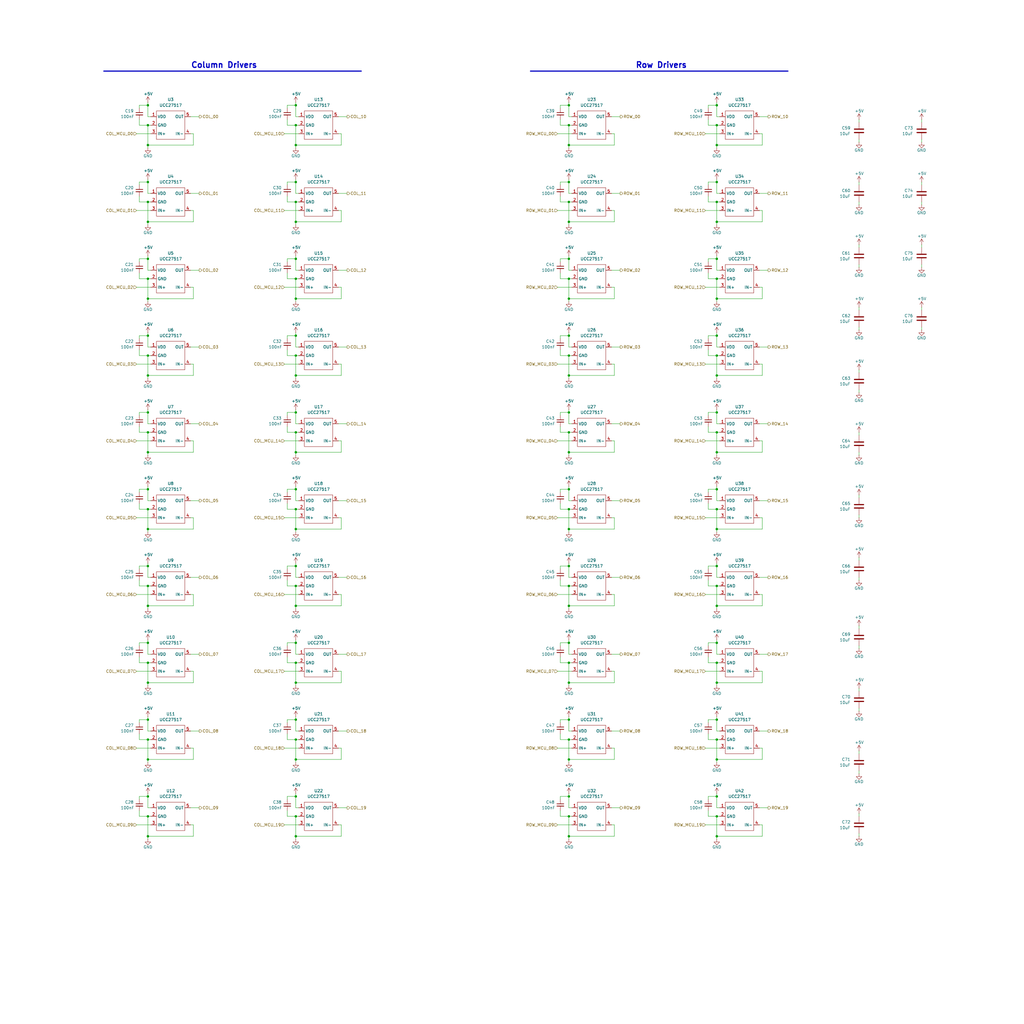
<source format=kicad_sch>
(kicad_sch (version 20250114) (generator "eeschema") (generator_version "9.0")
  (paper "User" 457.2 457.2)
  (title_block (title "G6 panel 45mm RP2354") (date "2025-11-25") (rev "v0.1.3") (company "IORodeo for Reiserlab @ Janelia"))
  (text "Column Drivers" (at 100.076 29.21 0) (effects (font (size 2.54 2.54) (thickness 0.508) (bold yes))))
  (text "Row Drivers" (at 295.275 29.21 0) (effects (font (size 2.54 2.54) (thickness 0.508) (bold yes))))
  (junction (at 66.04 133.35))
  (junction (at 132.08 252.73))
  (junction (at 320.04 261.62))
  (junction (at 66.04 373.38))
  (junction (at 66.04 46.99))
  (junction (at 254 81.28))
  (junction (at 132.08 373.38))
  (junction (at 254 149.86))
  (junction (at 320.04 193.04))
  (junction (at 132.08 227.33))
  (junction (at 254 287.02))
  (junction (at 132.08 149.86))
  (junction (at 254 55.88))
  (junction (at 66.04 158.75))
  (junction (at 254 158.75))
  (junction (at 254 124.46))
  (junction (at 66.04 339.09))
  (junction (at 66.04 270.51))
  (junction (at 66.04 193.04))
  (junction (at 66.04 90.17))
  (junction (at 320.04 236.22))
  (junction (at 66.04 149.86))
  (junction (at 254 364.49))
  (junction (at 254 295.91))
  (junction (at 66.04 330.2))
  (junction (at 254 115.57))
  (junction (at 66.04 321.31))
  (junction (at 66.04 124.46))
  (junction (at 320.04 149.86))
  (junction (at 320.04 218.44))
  (junction (at 66.04 287.02))
  (junction (at 320.04 364.49))
  (junction (at 320.04 115.57))
  (junction (at 254 252.73))
  (junction (at 132.08 115.57))
  (junction (at 320.04 124.46))
  (junction (at 320.04 227.33))
  (junction (at 132.08 218.44))
  (junction (at 66.04 81.28))
  (junction (at 132.08 167.64))
  (junction (at 66.04 364.49))
  (junction (at 320.04 99.06))
  (junction (at 66.04 201.93))
  (junction (at 254 99.06))
  (junction (at 132.08 99.06))
  (junction (at 254 227.33))
  (junction (at 254 64.77))
  (junction (at 132.08 81.28))
  (junction (at 320.04 90.17))
  (junction (at 132.08 236.22))
  (junction (at 66.04 252.73))
  (junction (at 66.04 55.88))
  (junction (at 132.08 270.51))
  (junction (at 320.04 270.51))
  (junction (at 66.04 115.57))
  (junction (at 320.04 46.99))
  (junction (at 132.08 330.2))
  (junction (at 132.08 295.91))
  (junction (at 320.04 355.6))
  (junction (at 132.08 133.35))
  (junction (at 254 339.09))
  (junction (at 254 90.17))
  (junction (at 254 373.38))
  (junction (at 320.04 64.77))
  (junction (at 132.08 55.88))
  (junction (at 66.04 355.6))
  (junction (at 320.04 287.02))
  (junction (at 132.08 46.99))
  (junction (at 320.04 373.38))
  (junction (at 66.04 99.06))
  (junction (at 320.04 184.15))
  (junction (at 132.08 364.49))
  (junction (at 66.04 218.44))
  (junction (at 320.04 321.31))
  (junction (at 254 330.2))
  (junction (at 254 261.62))
  (junction (at 66.04 184.15))
  (junction (at 132.08 124.46))
  (junction (at 132.08 193.04))
  (junction (at 320.04 133.35))
  (junction (at 320.04 295.91))
  (junction (at 132.08 201.93))
  (junction (at 132.08 158.75))
  (junction (at 254 193.04))
  (junction (at 254 201.93))
  (junction (at 66.04 236.22))
  (junction (at 254 133.35))
  (junction (at 254 167.64))
  (junction (at 320.04 81.28))
  (junction (at 254 184.15))
  (junction (at 132.08 321.31))
  (junction (at 66.04 167.64))
  (junction (at 320.04 158.75))
  (junction (at 254 270.51))
  (junction (at 66.04 261.62))
  (junction (at 320.04 201.93))
  (junction (at 320.04 339.09))
  (junction (at 66.04 64.77))
  (junction (at 320.04 55.88))
  (junction (at 66.04 295.91))
  (junction (at 132.08 261.62))
  (junction (at 132.08 184.15))
  (junction (at 320.04 330.2))
  (junction (at 66.04 304.8))
  (junction (at 320.04 252.73))
  (junction (at 132.08 355.6))
  (junction (at 132.08 64.77))
  (junction (at 320.04 304.8))
  (junction (at 132.08 304.8))
  (junction (at 254 46.99))
  (junction (at 320.04 167.64))
  (junction (at 254 355.6))
  (junction (at 66.04 227.33))
  (junction (at 132.08 90.17))
  (junction (at 254 304.8))
  (junction (at 132.08 287.02))
  (junction (at 254 236.22))
  (junction (at 254 321.31))
  (junction (at 132.08 339.09))
  (junction (at 254 218.44))
  (wire (pts (xy 66.04 339.09) (xy 86.36 339.09)))
  (wire (pts (xy 128.27 224.79) (xy 128.27 227.33)))
  (wire (pts (xy 66.04 124.46) (xy 66.04 133.35)))
  (wire (pts (xy 66.04 373.38) (xy 66.04 374.65)))
  (wire (pts (xy 66.04 167.64) (xy 66.04 168.91)))
  (wire (pts (xy 320.04 158.75) (xy 321.31 158.75)))
  (wire (pts (xy 132.08 330.2) (xy 132.08 339.09)))
  (wire (pts (xy 60.96 265.43) (xy 67.31 265.43)))
  (wire (pts (xy 383.54 201.93) (xy 383.54 203.2)))
  (wire (pts (xy 320.04 326.39) (xy 321.31 326.39)))
  (wire (pts (xy 254 64.77) (xy 274.32 64.77)))
  (wire (pts (xy 66.04 86.36) (xy 67.31 86.36)))
  (wire (pts (xy 128.27 327.66) (xy 128.27 330.2)))
  (wire (pts (xy 316.23 364.49) (xy 320.04 364.49)))
  (wire (pts (xy 132.08 189.23) (xy 133.35 189.23)))
  (wire (pts (xy 66.04 99.06) (xy 66.04 100.33)))
  (wire (pts (xy 274.32 334.01) (xy 274.32 339.09)))
  (wire (pts (xy 340.36 231.14) (xy 340.36 236.22)))
  (wire (pts (xy 339.09 154.94) (xy 342.9 154.94)))
  (wire (pts (xy 254 364.49) (xy 254 373.38)))
  (wire (pts (xy 132.08 81.28) (xy 132.08 86.36)))
  (wire (pts (xy 66.04 257.81) (xy 67.31 257.81)))
  (wire (pts (xy 86.36 93.98) (xy 86.36 99.06)))
  (wire (pts (xy 250.19 124.46) (xy 254 124.46)))
  (wire (pts (xy 128.27 87.63) (xy 128.27 90.17)))
  (wire (pts (xy 62.23 53.34) (xy 62.23 55.88)))
  (wire (pts (xy 132.08 158.75) (xy 132.08 167.64)))
  (wire (pts (xy 320.04 217.17) (xy 320.04 218.44)))
  (wire (pts (xy 320.04 261.62) (xy 321.31 261.62)))
  (wire (pts (xy 383.54 335.28) (xy 383.54 336.55)))
  (wire (pts (xy 128.27 121.92) (xy 128.27 124.46)))
  (wire (pts (xy 383.54 344.17) (xy 383.54 345.44)))
  (wire (pts (xy 85.09 196.85) (xy 86.36 196.85)))
  (wire (pts (xy 274.32 368.3) (xy 274.32 373.38)))
  (wire (pts (xy 254 55.88) (xy 255.27 55.88)))
  (wire (pts (xy 250.19 193.04) (xy 254 193.04)))
  (wire (pts (xy 62.23 156.21) (xy 62.23 158.75)))
  (wire (pts (xy 320.04 115.57) (xy 320.04 120.65)))
  (wire (pts (xy 132.08 45.72) (xy 132.08 46.99)))
  (wire (pts (xy 320.04 90.17) (xy 320.04 99.06)))
  (wire (pts (xy 132.08 339.09) (xy 152.4 339.09)))
  (wire (pts (xy 66.04 217.17) (xy 66.04 218.44)))
  (wire (pts (xy 254 201.93) (xy 254 203.2)))
  (wire (pts (xy 128.27 288.29) (xy 128.27 287.02)))
  (wire (pts (xy 132.08 223.52) (xy 133.35 223.52)))
  (wire (pts (xy 250.19 355.6) (xy 254 355.6)))
  (wire (pts (xy 128.27 252.73) (xy 132.08 252.73)))
  (wire (pts (xy 128.27 116.84) (xy 128.27 115.57)))
  (wire (pts (xy 250.19 121.92) (xy 250.19 124.46)))
  (wire (pts (xy 314.96 231.14) (xy 321.31 231.14)))
  (wire (pts (xy 128.27 81.28) (xy 132.08 81.28)))
  (wire (pts (xy 316.23 287.02) (xy 320.04 287.02)))
  (wire (pts (xy 316.23 149.86) (xy 320.04 149.86)))
  (wire (pts (xy 62.23 287.02) (xy 66.04 287.02)))
  (wire (pts (xy 62.23 288.29) (xy 62.23 287.02)))
  (wire (pts (xy 320.04 285.75) (xy 320.04 287.02)))
  (wire (pts (xy 254 124.46) (xy 254 133.35)))
  (wire (pts (xy 320.04 148.59) (xy 320.04 149.86)))
  (wire (pts (xy 339.09 326.39) (xy 342.9 326.39)))
  (wire (pts (xy 86.36 299.72) (xy 86.36 304.8)))
  (wire (pts (xy 60.96 128.27) (xy 67.31 128.27)))
  (wire (pts (xy 254 227.33) (xy 254 236.22)))
  (wire (pts (xy 85.09 334.01) (xy 86.36 334.01)))
  (wire (pts (xy 320.04 114.3) (xy 320.04 115.57)))
  (wire (pts (xy 151.13 257.81) (xy 154.94 257.81)))
  (wire (pts (xy 62.23 327.66) (xy 62.23 330.2)))
  (wire (pts (xy 254 99.06) (xy 274.32 99.06)))
  (wire (pts (xy 132.08 201.93) (xy 152.4 201.93)))
  (wire (pts (xy 254 261.62) (xy 254 270.51)))
  (wire (pts (xy 66.04 270.51) (xy 66.04 271.78)))
  (wire (pts (xy 132.08 236.22) (xy 152.4 236.22)))
  (wire (pts (xy 254 373.38) (xy 274.32 373.38)))
  (wire (pts (xy 128.27 361.95) (xy 128.27 364.49)))
  (wire (pts (xy 383.54 288.29) (xy 383.54 289.56)))
  (wire (pts (xy 86.36 128.27) (xy 86.36 133.35)))
  (wire (pts (xy 132.08 55.88) (xy 133.35 55.88)))
  (wire (pts (xy 320.04 339.09) (xy 340.36 339.09)))
  (wire (pts (xy 60.96 231.14) (xy 67.31 231.14)))
  (wire (pts (xy 132.08 218.44) (xy 132.08 223.52)))
  (wire (pts (xy 340.36 128.27) (xy 340.36 133.35)))
  (wire (pts (xy 320.04 167.64) (xy 320.04 168.91)))
  (wire (pts (xy 62.23 322.58) (xy 62.23 321.31)))
  (wire (pts (xy 339.09 292.1) (xy 342.9 292.1)))
  (wire (pts (xy 66.04 81.28) (xy 66.04 86.36)))
  (wire (pts (xy 320.04 45.72) (xy 320.04 46.99)))
  (wire (pts (xy 254 373.38) (xy 254 374.65)))
  (wire (pts (xy 316.23 193.04) (xy 320.04 193.04)))
  (wire (pts (xy 60.96 368.3) (xy 67.31 368.3)))
  (wire (pts (xy 274.32 128.27) (xy 274.32 133.35)))
  (wire (pts (xy 66.04 354.33) (xy 66.04 355.6)))
  (wire (pts (xy 85.09 265.43) (xy 86.36 265.43)))
  (wire (pts (xy 248.92 128.27) (xy 255.27 128.27)))
  (wire (pts (xy 62.23 190.5) (xy 62.23 193.04)))
  (wire (pts (xy 66.04 148.59) (xy 66.04 149.86)))
  (wire (pts (xy 273.05 326.39) (xy 276.86 326.39)))
  (wire (pts (xy 66.04 355.6) (xy 66.04 360.68)))
  (wire (pts (xy 320.04 257.81) (xy 321.31 257.81)))
  (wire (pts (xy 128.27 156.21) (xy 128.27 158.75)))
  (wire (pts (xy 320.04 81.28) (xy 320.04 86.36)))
  (wire (pts (xy 128.27 53.34) (xy 128.27 55.88)))
  (wire (pts (xy 340.36 162.56) (xy 340.36 167.64)))
  (wire (pts (xy 320.04 124.46) (xy 321.31 124.46)))
  (wire (pts (xy 85.09 162.56) (xy 86.36 162.56)))
  (wire (pts (xy 254 182.88) (xy 254 184.15)))
  (wire (pts (xy 66.04 218.44) (xy 66.04 223.52)))
  (wire (pts (xy 60.96 93.98) (xy 67.31 93.98)))
  (wire (pts (xy 62.23 46.99) (xy 66.04 46.99)))
  (wire (pts (xy 250.19 261.62) (xy 254 261.62)))
  (wire (pts (xy 273.05 257.81) (xy 276.86 257.81)))
  (wire (pts (xy 66.04 64.77) (xy 66.04 66.04)))
  (wire (pts (xy 254 261.62) (xy 255.27 261.62)))
  (wire (pts (xy 320.04 373.38) (xy 320.04 374.65)))
  (wire (pts (xy 66.04 304.8) (xy 86.36 304.8)))
  (wire (pts (xy 316.23 115.57) (xy 320.04 115.57)))
  (wire (pts (xy 320.04 261.62) (xy 320.04 270.51)))
  (wire (pts (xy 85.09 86.36) (xy 88.9 86.36)))
  (wire (pts (xy 151.13 368.3) (xy 152.4 368.3)))
  (wire (pts (xy 254 114.3) (xy 254 115.57)))
  (wire (pts (xy 254 149.86) (xy 254 154.94)))
  (wire (pts (xy 66.04 326.39) (xy 67.31 326.39)))
  (wire (pts (xy 132.08 257.81) (xy 133.35 257.81)))
  (wire (pts (xy 66.04 339.09) (xy 66.04 340.36)))
  (wire (pts (xy 411.48 53.34) (xy 411.48 54.61)))
  (wire (pts (xy 250.19 356.87) (xy 250.19 355.6)))
  (wire (pts (xy 132.08 193.04) (xy 133.35 193.04)))
  (wire (pts (xy 273.05 93.98) (xy 274.32 93.98)))
  (wire (pts (xy 132.08 46.99) (xy 132.08 52.07)))
  (wire (pts (xy 152.4 59.69) (xy 152.4 64.77)))
  (wire (pts (xy 383.54 53.34) (xy 383.54 54.61)))
  (wire (pts (xy 85.09 120.65) (xy 88.9 120.65)))
  (wire (pts (xy 320.04 252.73) (xy 320.04 257.81)))
  (wire (pts (xy 383.54 137.16) (xy 383.54 138.43)))
  (wire (pts (xy 85.09 93.98) (xy 86.36 93.98)))
  (wire (pts (xy 86.36 368.3) (xy 86.36 373.38)))
  (wire (pts (xy 316.23 288.29) (xy 316.23 287.02)))
  (wire (pts (xy 254 354.33) (xy 254 355.6)))
  (wire (pts (xy 85.09 326.39) (xy 88.9 326.39)))
  (wire (pts (xy 248.92 196.85) (xy 255.27 196.85)))
  (wire (pts (xy 316.23 327.66) (xy 316.23 330.2)))
  (wire (pts (xy 254 133.35) (xy 254 134.62)))
  (wire (pts (xy 66.04 295.91) (xy 67.31 295.91)))
  (wire (pts (xy 132.08 99.06) (xy 132.08 100.33)))
  (wire (pts (xy 320.04 304.8) (xy 320.04 306.07)))
  (wire (pts (xy 254 80.01) (xy 254 81.28)))
  (wire (pts (xy 248.92 334.01) (xy 255.27 334.01)))
  (wire (pts (xy 273.05 231.14) (xy 274.32 231.14)))
  (wire (pts (xy 320.04 355.6) (xy 320.04 360.68)))
  (wire (pts (xy 151.13 231.14) (xy 152.4 231.14)))
  (wire (pts (xy 316.23 322.58) (xy 316.23 321.31)))
  (wire (pts (xy 128.27 254) (xy 128.27 252.73)))
  (wire (pts (xy 60.96 334.01) (xy 67.31 334.01)))
  (wire (pts (xy 316.23 356.87) (xy 316.23 355.6)))
  (wire (pts (xy 250.19 46.99) (xy 254 46.99)))
  (wire (pts (xy 132.08 321.31) (xy 132.08 326.39)))
  (wire (pts (xy 66.04 201.93) (xy 86.36 201.93)))
  (wire (pts (xy 339.09 223.52) (xy 342.9 223.52)))
  (wire (pts (xy 320.04 330.2) (xy 320.04 339.09)))
  (wire (pts (xy 62.23 330.2) (xy 66.04 330.2)))
  (wire (pts (xy 320.04 86.36) (xy 321.31 86.36)))
  (wire (pts (xy 320.04 99.06) (xy 320.04 100.33)))
  (wire (pts (xy 132.08 149.86) (xy 132.08 154.94)))
  (wire (pts (xy 250.19 254) (xy 250.19 252.73)))
  (wire (pts (xy 132.08 148.59) (xy 132.08 149.86)))
  (wire (pts (xy 127 59.69) (xy 133.35 59.69)))
  (wire (pts (xy 250.19 116.84) (xy 250.19 115.57)))
  (wire (pts (xy 320.04 287.02) (xy 320.04 292.1)))
  (wire (pts (xy 339.09 86.36) (xy 342.9 86.36)))
  (wire (pts (xy 152.4 368.3) (xy 152.4 373.38)))
  (wire (pts (xy 254 167.64) (xy 254 168.91)))
  (wire (pts (xy 132.08 86.36) (xy 133.35 86.36)))
  (wire (pts (xy 273.05 52.07) (xy 276.86 52.07)))
  (wire (pts (xy 128.27 151.13) (xy 128.27 149.86)))
  (wire (pts (xy 66.04 158.75) (xy 67.31 158.75)))
  (wire (pts (xy 320.04 167.64) (xy 340.36 167.64)))
  (wire (pts (xy 132.08 295.91) (xy 132.08 304.8)))
  (wire (pts (xy 320.04 55.88) (xy 321.31 55.88)))
  (wire (pts (xy 254 120.65) (xy 255.27 120.65)))
  (wire (pts (xy 320.04 218.44) (xy 320.04 223.52)))
  (wire (pts (xy 132.08 80.01) (xy 132.08 81.28)))
  (wire (pts (xy 383.54 193.04) (xy 383.54 194.31)))
  (wire (pts (xy 411.48 146.05) (xy 411.48 147.32)))
  (wire (pts (xy 66.04 223.52) (xy 67.31 223.52)))
  (wire (pts (xy 66.04 373.38) (xy 86.36 373.38)))
  (wire (pts (xy 250.19 252.73) (xy 254 252.73)))
  (wire (pts (xy 62.23 293.37) (xy 62.23 295.91)))
  (wire (pts (xy 151.13 326.39) (xy 154.94 326.39)))
  (wire (pts (xy 273.05 360.68) (xy 276.86 360.68)))
  (polyline (pts (xy 236.855 31.75) (xy 351.79 31.75)) (stroke (width 0.508) (type solid)))
  (wire (pts (xy 132.08 304.8) (xy 132.08 306.07)))
  (wire (pts (xy 316.23 293.37) (xy 316.23 295.91)))
  (wire (pts (xy 66.04 261.62) (xy 66.04 270.51)))
  (wire (pts (xy 316.23 151.13) (xy 316.23 149.86)))
  (wire (pts (xy 339.09 360.68) (xy 342.9 360.68)))
  (wire (pts (xy 151.13 162.56) (xy 152.4 162.56)))
  (wire (pts (xy 273.05 154.94) (xy 276.86 154.94)))
  (wire (pts (xy 66.04 236.22) (xy 86.36 236.22)))
  (wire (pts (xy 66.04 120.65) (xy 67.31 120.65)))
  (wire (pts (xy 316.23 218.44) (xy 320.04 218.44)))
  (wire (pts (xy 254 364.49) (xy 255.27 364.49)))
  (wire (pts (xy 127 368.3) (xy 133.35 368.3)))
  (wire (pts (xy 128.27 90.17) (xy 132.08 90.17)))
  (wire (pts (xy 128.27 158.75) (xy 132.08 158.75)))
  (wire (pts (xy 254 81.28) (xy 254 86.36)))
  (wire (pts (xy 66.04 167.64) (xy 86.36 167.64)))
  (wire (pts (xy 128.27 364.49) (xy 132.08 364.49)))
  (wire (pts (xy 273.05 223.52) (xy 276.86 223.52)))
  (wire (pts (xy 66.04 285.75) (xy 66.04 287.02)))
  (wire (pts (xy 320.04 189.23) (xy 321.31 189.23)))
  (wire (pts (xy 132.08 115.57) (xy 132.08 120.65)))
  (wire (pts (xy 250.19 48.26) (xy 250.19 46.99)))
  (wire (pts (xy 273.05 189.23) (xy 276.86 189.23)))
  (wire (pts (xy 132.08 304.8) (xy 152.4 304.8)))
  (wire (pts (xy 128.27 48.26) (xy 128.27 46.99)))
  (wire (pts (xy 62.23 115.57) (xy 66.04 115.57)))
  (wire (pts (xy 128.27 322.58) (xy 128.27 321.31)))
  (wire (pts (xy 152.4 196.85) (xy 152.4 201.93)))
  (wire (pts (xy 66.04 261.62) (xy 67.31 261.62)))
  (wire (pts (xy 62.23 254) (xy 62.23 252.73)))
  (wire (pts (xy 86.36 59.69) (xy 86.36 64.77)))
  (wire (pts (xy 320.04 227.33) (xy 321.31 227.33)))
  (wire (pts (xy 320.04 133.35) (xy 340.36 133.35)))
  (wire (pts (xy 66.04 158.75) (xy 66.04 167.64)))
  (wire (pts (xy 316.23 185.42) (xy 316.23 184.15)))
  (wire (pts (xy 152.4 265.43) (xy 152.4 270.51)))
  (wire (pts (xy 320.04 55.88) (xy 320.04 64.77)))
  (wire (pts (xy 128.27 82.55) (xy 128.27 81.28)))
  (wire (pts (xy 127 128.27) (xy 133.35 128.27)))
  (wire (pts (xy 320.04 304.8) (xy 340.36 304.8)))
  (wire (pts (xy 274.32 265.43) (xy 274.32 270.51)))
  (wire (pts (xy 132.08 64.77) (xy 152.4 64.77)))
  (wire (pts (xy 132.08 236.22) (xy 132.08 237.49)))
  (wire (pts (xy 254 223.52) (xy 255.27 223.52)))
  (wire (pts (xy 66.04 124.46) (xy 67.31 124.46)))
  (wire (pts (xy 254 193.04) (xy 254 201.93)))
  (wire (pts (xy 273.05 299.72) (xy 274.32 299.72)))
  (wire (pts (xy 250.19 288.29) (xy 250.19 287.02)))
  (wire (pts (xy 316.23 261.62) (xy 320.04 261.62)))
  (wire (pts (xy 339.09 196.85) (xy 340.36 196.85)))
  (wire (pts (xy 316.23 121.92) (xy 316.23 124.46)))
  (wire (pts (xy 320.04 158.75) (xy 320.04 167.64)))
  (wire (pts (xy 320.04 120.65) (xy 321.31 120.65)))
  (wire (pts (xy 128.27 219.71) (xy 128.27 218.44)))
  (wire (pts (xy 248.92 299.72) (xy 255.27 299.72)))
  (wire (pts (xy 254 285.75) (xy 254 287.02)))
  (wire (pts (xy 273.05 334.01) (xy 274.32 334.01)))
  (wire (pts (xy 66.04 52.07) (xy 67.31 52.07)))
  (wire (pts (xy 254 45.72) (xy 254 46.99)))
  (wire (pts (xy 254 292.1) (xy 255.27 292.1)))
  (wire (pts (xy 132.08 251.46) (xy 132.08 252.73)))
  (wire (pts (xy 320.04 330.2) (xy 321.31 330.2)))
  (wire (pts (xy 254 86.36) (xy 255.27 86.36)))
  (wire (pts (xy 254 330.2) (xy 255.27 330.2)))
  (wire (pts (xy 132.08 364.49) (xy 132.08 373.38)))
  (wire (pts (xy 320.04 133.35) (xy 320.04 134.62)))
  (wire (pts (xy 273.05 128.27) (xy 274.32 128.27)))
  (wire (pts (xy 132.08 261.62) (xy 133.35 261.62)))
  (wire (pts (xy 248.92 231.14) (xy 255.27 231.14)))
  (wire (pts (xy 127 334.01) (xy 133.35 334.01)))
  (wire (pts (xy 383.54 118.11) (xy 383.54 119.38)))
  (wire (pts (xy 316.23 224.79) (xy 316.23 227.33)))
  (wire (pts (xy 254 355.6) (xy 254 360.68)))
  (wire (pts (xy 320.04 360.68) (xy 321.31 360.68)))
  (wire (pts (xy 85.09 368.3) (xy 86.36 368.3)))
  (wire (pts (xy 60.96 59.69) (xy 67.31 59.69)))
  (wire (pts (xy 132.08 99.06) (xy 152.4 99.06)))
  (wire (pts (xy 316.23 190.5) (xy 316.23 193.04)))
  (wire (pts (xy 132.08 326.39) (xy 133.35 326.39)))
  (wire (pts (xy 383.54 81.28) (xy 383.54 82.55)))
  (wire (pts (xy 62.23 151.13) (xy 62.23 149.86)))
  (wire (pts (xy 127 265.43) (xy 133.35 265.43)))
  (wire (pts (xy 132.08 252.73) (xy 132.08 257.81)))
  (wire (pts (xy 314.96 128.27) (xy 321.31 128.27)))
  (wire (pts (xy 316.23 252.73) (xy 320.04 252.73)))
  (wire (pts (xy 132.08 154.94) (xy 133.35 154.94)))
  (wire (pts (xy 66.04 193.04) (xy 67.31 193.04)))
  (wire (pts (xy 411.48 137.16) (xy 411.48 138.43)))
  (wire (pts (xy 66.04 64.77) (xy 86.36 64.77)))
  (polyline (pts (xy 46.355 31.75) (xy 161.29 31.75)) (stroke (width 0.508) (type solid)))
  (wire (pts (xy 250.19 321.31) (xy 254 321.31)))
  (wire (pts (xy 320.04 154.94) (xy 321.31 154.94)))
  (wire (pts (xy 152.4 93.98) (xy 152.4 99.06)))
  (wire (pts (xy 316.23 259.08) (xy 316.23 261.62)))
  (wire (pts (xy 254 184.15) (xy 254 189.23)))
  (wire (pts (xy 62.23 295.91) (xy 66.04 295.91)))
  (wire (pts (xy 314.96 162.56) (xy 321.31 162.56)))
  (wire (pts (xy 316.23 321.31) (xy 320.04 321.31)))
  (wire (pts (xy 320.04 52.07) (xy 321.31 52.07)))
  (wire (pts (xy 132.08 360.68) (xy 133.35 360.68)))
  (wire (pts (xy 340.36 299.72) (xy 340.36 304.8)))
  (wire (pts (xy 339.09 189.23) (xy 342.9 189.23)))
  (wire (pts (xy 151.13 59.69) (xy 152.4 59.69)))
  (wire (pts (xy 250.19 115.57) (xy 254 115.57)))
  (wire (pts (xy 62.23 355.6) (xy 66.04 355.6)))
  (wire (pts (xy 86.36 231.14) (xy 86.36 236.22)))
  (wire (pts (xy 128.27 184.15) (xy 132.08 184.15)))
  (wire (pts (xy 127 299.72) (xy 133.35 299.72)))
  (wire (pts (xy 254 236.22) (xy 274.32 236.22)))
  (wire (pts (xy 383.54 165.1) (xy 383.54 166.37)))
  (wire (pts (xy 339.09 59.69) (xy 340.36 59.69)))
  (wire (pts (xy 250.19 295.91) (xy 254 295.91)))
  (wire (pts (xy 66.04 55.88) (xy 66.04 64.77)))
  (wire (pts (xy 320.04 295.91) (xy 320.04 304.8)))
  (wire (pts (xy 320.04 193.04) (xy 321.31 193.04)))
  (wire (pts (xy 62.23 193.04) (xy 66.04 193.04)))
  (wire (pts (xy 66.04 251.46) (xy 66.04 252.73)))
  (wire (pts (xy 254 55.88) (xy 254 64.77)))
  (wire (pts (xy 320.04 364.49) (xy 321.31 364.49)))
  (wire (pts (xy 254 46.99) (xy 254 52.07)))
  (wire (pts (xy 128.27 261.62) (xy 132.08 261.62)))
  (wire (pts (xy 254 124.46) (xy 255.27 124.46)))
  (wire (pts (xy 320.04 295.91) (xy 321.31 295.91)))
  (wire (pts (xy 254 236.22) (xy 254 237.49)))
  (wire (pts (xy 250.19 184.15) (xy 254 184.15)))
  (wire (pts (xy 128.27 259.08) (xy 128.27 261.62)))
  (wire (pts (xy 128.27 321.31) (xy 132.08 321.31)))
  (wire (pts (xy 320.04 64.77) (xy 320.04 66.04)))
  (wire (pts (xy 316.23 48.26) (xy 316.23 46.99)))
  (wire (pts (xy 383.54 363.22) (xy 383.54 364.49)))
  (wire (pts (xy 254 339.09) (xy 254 340.36)))
  (wire (pts (xy 86.36 334.01) (xy 86.36 339.09)))
  (wire (pts (xy 250.19 87.63) (xy 250.19 90.17)))
  (wire (pts (xy 254 330.2) (xy 254 339.09)))
  (wire (pts (xy 254 304.8) (xy 254 306.07)))
  (wire (pts (xy 314.96 93.98) (xy 321.31 93.98)))
  (wire (pts (xy 66.04 154.94) (xy 67.31 154.94)))
  (wire (pts (xy 254 148.59) (xy 254 149.86)))
  (wire (pts (xy 132.08 182.88) (xy 132.08 184.15)))
  (wire (pts (xy 132.08 339.09) (xy 132.08 340.36)))
  (wire (pts (xy 316.23 82.55) (xy 316.23 81.28)))
  (wire (pts (xy 340.36 93.98) (xy 340.36 99.06)))
  (wire (pts (xy 383.54 372.11) (xy 383.54 373.38)))
  (wire (pts (xy 254 320.04) (xy 254 321.31)))
  (wire (pts (xy 254 360.68) (xy 255.27 360.68)))
  (wire (pts (xy 132.08 167.64) (xy 152.4 167.64)))
  (wire (pts (xy 254 167.64) (xy 274.32 167.64)))
  (wire (pts (xy 254 201.93) (xy 274.32 201.93)))
  (wire (pts (xy 339.09 120.65) (xy 342.9 120.65)))
  (wire (pts (xy 254 339.09) (xy 274.32 339.09)))
  (wire (pts (xy 62.23 55.88) (xy 66.04 55.88)))
  (wire (pts (xy 152.4 299.72) (xy 152.4 304.8)))
  (wire (pts (xy 66.04 46.99) (xy 66.04 52.07)))
  (wire (pts (xy 273.05 196.85) (xy 274.32 196.85)))
  (wire (pts (xy 339.09 231.14) (xy 340.36 231.14)))
  (wire (pts (xy 151.13 93.98) (xy 152.4 93.98)))
  (wire (pts (xy 62.23 87.63) (xy 62.23 90.17)))
  (wire (pts (xy 66.04 364.49) (xy 66.04 373.38)))
  (wire (pts (xy 66.04 149.86) (xy 66.04 154.94)))
  (wire (pts (xy 132.08 285.75) (xy 132.08 287.02)))
  (wire (pts (xy 383.54 316.23) (xy 383.54 317.5)))
  (wire (pts (xy 274.32 59.69) (xy 274.32 64.77)))
  (wire (pts (xy 254 287.02) (xy 254 292.1)))
  (wire (pts (xy 316.23 355.6) (xy 320.04 355.6)))
  (wire (pts (xy 250.19 322.58) (xy 250.19 321.31)))
  (wire (pts (xy 320.04 193.04) (xy 320.04 201.93)))
  (wire (pts (xy 132.08 124.46) (xy 133.35 124.46)))
  (wire (pts (xy 62.23 124.46) (xy 66.04 124.46)))
  (wire (pts (xy 66.04 182.88) (xy 66.04 184.15)))
  (wire (pts (xy 248.92 265.43) (xy 255.27 265.43)))
  (wire (pts (xy 85.09 231.14) (xy 86.36 231.14)))
  (wire (pts (xy 66.04 330.2) (xy 66.04 339.09)))
  (wire (pts (xy 320.04 223.52) (xy 321.31 223.52)))
  (wire (pts (xy 66.04 90.17) (xy 67.31 90.17)))
  (wire (pts (xy 151.13 360.68) (xy 154.94 360.68)))
  (wire (pts (xy 132.08 201.93) (xy 132.08 203.2)))
  (wire (pts (xy 85.09 59.69) (xy 86.36 59.69)))
  (wire (pts (xy 66.04 80.01) (xy 66.04 81.28)))
  (wire (pts (xy 320.04 321.31) (xy 320.04 326.39)))
  (wire (pts (xy 316.23 46.99) (xy 320.04 46.99)))
  (wire (pts (xy 132.08 227.33) (xy 132.08 236.22)))
  (wire (pts (xy 132.08 292.1) (xy 133.35 292.1)))
  (wire (pts (xy 66.04 364.49) (xy 67.31 364.49)))
  (wire (pts (xy 316.23 361.95) (xy 316.23 364.49)))
  (wire (pts (xy 320.04 339.09) (xy 320.04 340.36)))
  (wire (pts (xy 66.04 295.91) (xy 66.04 304.8)))
  (wire (pts (xy 314.96 334.01) (xy 321.31 334.01)))
  (wire (pts (xy 339.09 52.07) (xy 342.9 52.07)))
  (wire (pts (xy 383.54 229.87) (xy 383.54 231.14)))
  (wire (pts (xy 316.23 158.75) (xy 320.04 158.75)))
  (wire (pts (xy 62.23 48.26) (xy 62.23 46.99)))
  (wire (pts (xy 314.96 368.3) (xy 321.31 368.3)))
  (wire (pts (xy 254 90.17) (xy 255.27 90.17)))
  (wire (pts (xy 62.23 218.44) (xy 66.04 218.44)))
  (wire (pts (xy 254 218.44) (xy 254 223.52)))
  (wire (pts (xy 340.36 59.69) (xy 340.36 64.77)))
  (wire (pts (xy 62.23 158.75) (xy 66.04 158.75)))
  (wire (pts (xy 85.09 128.27) (xy 86.36 128.27)))
  (wire (pts (xy 254 158.75) (xy 254 167.64)))
  (wire (pts (xy 248.92 93.98) (xy 255.27 93.98)))
  (wire (pts (xy 383.54 220.98) (xy 383.54 222.25)))
  (wire (pts (xy 128.27 355.6) (xy 132.08 355.6)))
  (wire (pts (xy 152.4 128.27) (xy 152.4 133.35)))
  (wire (pts (xy 411.48 90.17) (xy 411.48 91.44)))
  (wire (pts (xy 86.36 196.85) (xy 86.36 201.93)))
  (wire (pts (xy 62.23 227.33) (xy 66.04 227.33)))
  (wire (pts (xy 85.09 189.23) (xy 88.9 189.23)))
  (wire (pts (xy 339.09 257.81) (xy 342.9 257.81)))
  (wire (pts (xy 250.19 151.13) (xy 250.19 149.86)))
  (wire (pts (xy 62.23 121.92) (xy 62.23 124.46)))
  (wire (pts (xy 66.04 45.72) (xy 66.04 46.99)))
  (wire (pts (xy 274.32 196.85) (xy 274.32 201.93)))
  (wire (pts (xy 254 52.07) (xy 255.27 52.07)))
  (wire (pts (xy 320.04 270.51) (xy 320.04 271.78)))
  (wire (pts (xy 383.54 146.05) (xy 383.54 147.32)))
  (wire (pts (xy 85.09 257.81) (xy 88.9 257.81)))
  (wire (pts (xy 250.19 293.37) (xy 250.19 295.91)))
  (wire (pts (xy 274.32 299.72) (xy 274.32 304.8)))
  (wire (pts (xy 128.27 55.88) (xy 132.08 55.88)))
  (wire (pts (xy 152.4 231.14) (xy 152.4 236.22)))
  (wire (pts (xy 128.27 149.86) (xy 132.08 149.86)))
  (wire (pts (xy 254 295.91) (xy 255.27 295.91)))
  (wire (pts (xy 250.19 81.28) (xy 254 81.28)))
  (wire (pts (xy 62.23 259.08) (xy 62.23 261.62)))
  (wire (pts (xy 85.09 154.94) (xy 88.9 154.94)))
  (wire (pts (xy 151.13 128.27) (xy 152.4 128.27)))
  (wire (pts (xy 320.04 364.49) (xy 320.04 373.38)))
  (wire (pts (xy 274.32 93.98) (xy 274.32 99.06)))
  (wire (pts (xy 316.23 295.91) (xy 320.04 295.91)))
  (wire (pts (xy 151.13 196.85) (xy 152.4 196.85)))
  (wire (pts (xy 273.05 162.56) (xy 274.32 162.56)))
  (wire (pts (xy 66.04 114.3) (xy 66.04 115.57)))
  (wire (pts (xy 250.19 218.44) (xy 254 218.44)))
  (wire (pts (xy 132.08 270.51) (xy 152.4 270.51)))
  (wire (pts (xy 383.54 62.23) (xy 383.54 63.5)))
  (wire (pts (xy 250.19 53.34) (xy 250.19 55.88)))
  (wire (pts (xy 85.09 360.68) (xy 88.9 360.68)))
  (wire (pts (xy 320.04 124.46) (xy 320.04 133.35)))
  (wire (pts (xy 254 270.51) (xy 254 271.78)))
  (wire (pts (xy 411.48 81.28) (xy 411.48 82.55)))
  (wire (pts (xy 128.27 293.37) (xy 128.27 295.91)))
  (wire (pts (xy 62.23 356.87) (xy 62.23 355.6)))
  (wire (pts (xy 320.04 80.01) (xy 320.04 81.28)))
  (wire (pts (xy 248.92 368.3) (xy 255.27 368.3)))
  (wire (pts (xy 254 321.31) (xy 254 326.39)))
  (wire (pts (xy 66.04 227.33) (xy 66.04 236.22)))
  (wire (pts (xy 151.13 334.01) (xy 152.4 334.01)))
  (wire (pts (xy 339.09 299.72) (xy 340.36 299.72)))
  (wire (pts (xy 62.23 252.73) (xy 66.04 252.73)))
  (wire (pts (xy 320.04 236.22) (xy 340.36 236.22)))
  (wire (pts (xy 62.23 224.79) (xy 62.23 227.33)))
  (wire (pts (xy 132.08 114.3) (xy 132.08 115.57)))
  (wire (pts (xy 66.04 133.35) (xy 66.04 134.62)))
  (wire (pts (xy 254 217.17) (xy 254 218.44)))
  (wire (pts (xy 254 99.06) (xy 254 100.33)))
  (wire (pts (xy 128.27 115.57) (xy 132.08 115.57)))
  (wire (pts (xy 151.13 223.52) (xy 154.94 223.52)))
  (wire (pts (xy 254 90.17) (xy 254 99.06)))
  (wire (pts (xy 132.08 270.51) (xy 132.08 271.78)))
  (wire (pts (xy 132.08 364.49) (xy 133.35 364.49)))
  (wire (pts (xy 151.13 265.43) (xy 152.4 265.43)))
  (wire (pts (xy 250.19 185.42) (xy 250.19 184.15)))
  (wire (pts (xy 339.09 162.56) (xy 340.36 162.56)))
  (wire (pts (xy 248.92 59.69) (xy 255.27 59.69)))
  (wire (pts (xy 250.19 90.17) (xy 254 90.17)))
  (wire (pts (xy 250.19 55.88) (xy 254 55.88)))
  (wire (pts (xy 66.04 321.31) (xy 66.04 326.39)))
  (wire (pts (xy 254 326.39) (xy 255.27 326.39)))
  (wire (pts (xy 316.23 81.28) (xy 320.04 81.28)))
  (wire (pts (xy 62.23 149.86) (xy 66.04 149.86)))
  (wire (pts (xy 128.27 227.33) (xy 132.08 227.33)))
  (wire (pts (xy 340.36 196.85) (xy 340.36 201.93)))
  (wire (pts (xy 62.23 185.42) (xy 62.23 184.15)))
  (wire (pts (xy 66.04 330.2) (xy 67.31 330.2)))
  (wire (pts (xy 152.4 334.01) (xy 152.4 339.09)))
  (wire (pts (xy 86.36 162.56) (xy 86.36 167.64)))
  (wire (pts (xy 254 154.94) (xy 255.27 154.94)))
  (wire (pts (xy 128.27 46.99) (xy 132.08 46.99)))
  (wire (pts (xy 320.04 90.17) (xy 321.31 90.17)))
  (wire (pts (xy 254 64.77) (xy 254 66.04)))
  (wire (pts (xy 411.48 62.23) (xy 411.48 63.5)))
  (wire (pts (xy 383.54 279.4) (xy 383.54 280.67)))
  (wire (pts (xy 250.19 82.55) (xy 250.19 81.28)))
  (wire (pts (xy 66.04 189.23) (xy 67.31 189.23)))
  (wire (pts (xy 273.05 265.43) (xy 274.32 265.43)))
  (wire (pts (xy 316.23 116.84) (xy 316.23 115.57)))
  (wire (pts (xy 85.09 292.1) (xy 88.9 292.1)))
  (wire (pts (xy 132.08 90.17) (xy 133.35 90.17)))
  (wire (pts (xy 254 158.75) (xy 255.27 158.75)))
  (wire (pts (xy 132.08 64.77) (xy 132.08 66.04)))
  (wire (pts (xy 411.48 109.22) (xy 411.48 110.49)))
  (wire (pts (xy 62.23 361.95) (xy 62.23 364.49)))
  (wire (pts (xy 132.08 193.04) (xy 132.08 201.93)))
  (wire (pts (xy 66.04 193.04) (xy 66.04 201.93)))
  (wire (pts (xy 314.96 196.85) (xy 321.31 196.85)))
  (wire (pts (xy 254 189.23) (xy 255.27 189.23)))
  (wire (pts (xy 250.19 259.08) (xy 250.19 261.62)))
  (wire (pts (xy 339.09 368.3) (xy 340.36 368.3)))
  (wire (pts (xy 274.32 231.14) (xy 274.32 236.22)))
  (wire (pts (xy 132.08 373.38) (xy 152.4 373.38)))
  (wire (pts (xy 340.36 265.43) (xy 340.36 270.51)))
  (wire (pts (xy 151.13 120.65) (xy 154.94 120.65)))
  (wire (pts (xy 151.13 154.94) (xy 154.94 154.94)))
  (wire (pts (xy 127 162.56) (xy 133.35 162.56)))
  (wire (pts (xy 316.23 53.34) (xy 316.23 55.88)))
  (wire (pts (xy 128.27 218.44) (xy 132.08 218.44)))
  (wire (pts (xy 128.27 190.5) (xy 128.27 193.04)))
  (wire (pts (xy 66.04 115.57) (xy 66.04 120.65)))
  (wire (pts (xy 62.23 90.17) (xy 66.04 90.17)))
  (wire (pts (xy 316.23 55.88) (xy 320.04 55.88)))
  (wire (pts (xy 127 231.14) (xy 133.35 231.14)))
  (wire (pts (xy 128.27 295.91) (xy 132.08 295.91)))
  (wire (pts (xy 340.36 334.01) (xy 340.36 339.09)))
  (wire (pts (xy 411.48 118.11) (xy 411.48 119.38)))
  (wire (pts (xy 314.96 265.43) (xy 321.31 265.43)))
  (wire (pts (xy 132.08 133.35) (xy 132.08 134.62)))
  (wire (pts (xy 132.08 287.02) (xy 132.08 292.1)))
  (wire (pts (xy 320.04 201.93) (xy 340.36 201.93)))
  (wire (pts (xy 250.19 327.66) (xy 250.19 330.2)))
  (wire (pts (xy 66.04 184.15) (xy 66.04 189.23)))
  (wire (pts (xy 132.08 320.04) (xy 132.08 321.31)))
  (wire (pts (xy 320.04 99.06) (xy 340.36 99.06)))
  (wire (pts (xy 320.04 251.46) (xy 320.04 252.73)))
  (wire (pts (xy 316.23 156.21) (xy 316.23 158.75)))
  (wire (pts (xy 132.08 167.64) (xy 132.08 168.91)))
  (wire (pts (xy 339.09 93.98) (xy 340.36 93.98)))
  (wire (pts (xy 66.04 360.68) (xy 67.31 360.68)))
  (wire (pts (xy 273.05 86.36) (xy 276.86 86.36)))
  (wire (pts (xy 320.04 373.38) (xy 340.36 373.38)))
  (wire (pts (xy 320.04 64.77) (xy 340.36 64.77)))
  (wire (pts (xy 60.96 162.56) (xy 67.31 162.56)))
  (wire (pts (xy 151.13 52.07) (xy 154.94 52.07)))
  (wire (pts (xy 320.04 184.15) (xy 320.04 189.23)))
  (wire (pts (xy 85.09 299.72) (xy 86.36 299.72)))
  (wire (pts (xy 316.23 330.2) (xy 320.04 330.2)))
  (wire (pts (xy 316.23 124.46) (xy 320.04 124.46)))
  (wire (pts (xy 128.27 356.87) (xy 128.27 355.6)))
  (wire (pts (xy 250.19 364.49) (xy 254 364.49)))
  (wire (pts (xy 151.13 292.1) (xy 154.94 292.1)))
  (wire (pts (xy 132.08 227.33) (xy 133.35 227.33)))
  (wire (pts (xy 62.23 219.71) (xy 62.23 218.44)))
  (wire (pts (xy 132.08 295.91) (xy 133.35 295.91)))
  (wire (pts (xy 320.04 182.88) (xy 320.04 184.15)))
  (wire (pts (xy 339.09 334.01) (xy 340.36 334.01)))
  (wire (pts (xy 273.05 368.3) (xy 274.32 368.3)))
  (wire (pts (xy 128.27 330.2) (xy 132.08 330.2)))
  (wire (pts (xy 254 193.04) (xy 255.27 193.04)))
  (wire (pts (xy 66.04 270.51) (xy 86.36 270.51)))
  (wire (pts (xy 66.04 287.02) (xy 66.04 292.1)))
  (wire (pts (xy 132.08 330.2) (xy 133.35 330.2)))
  (wire (pts (xy 62.23 321.31) (xy 66.04 321.31)))
  (wire (pts (xy 66.04 292.1) (xy 67.31 292.1)))
  (wire (pts (xy 250.19 287.02) (xy 254 287.02)))
  (wire (pts (xy 254 115.57) (xy 254 120.65)))
  (wire (pts (xy 132.08 373.38) (xy 132.08 374.65)))
  (wire (pts (xy 254 257.81) (xy 255.27 257.81)))
  (wire (pts (xy 383.54 257.81) (xy 383.54 259.08)))
  (wire (pts (xy 316.23 219.71) (xy 316.23 218.44)))
  (wire (pts (xy 85.09 52.07) (xy 88.9 52.07)))
  (wire (pts (xy 250.19 219.71) (xy 250.19 218.44)))
  (wire (pts (xy 132.08 124.46) (xy 132.08 133.35)))
  (wire (pts (xy 250.19 227.33) (xy 254 227.33)))
  (wire (pts (xy 66.04 133.35) (xy 86.36 133.35)))
  (wire (pts (xy 151.13 299.72) (xy 152.4 299.72)))
  (wire (pts (xy 314.96 299.72) (xy 321.31 299.72)))
  (wire (pts (xy 66.04 99.06) (xy 86.36 99.06)))
  (wire (pts (xy 248.92 162.56) (xy 255.27 162.56)))
  (wire (pts (xy 273.05 59.69) (xy 274.32 59.69)))
  (wire (pts (xy 316.23 90.17) (xy 320.04 90.17)))
  (wire (pts (xy 132.08 354.33) (xy 132.08 355.6)))
  (wire (pts (xy 320.04 354.33) (xy 320.04 355.6)))
  (wire (pts (xy 60.96 196.85) (xy 67.31 196.85)))
  (wire (pts (xy 314.96 59.69) (xy 321.31 59.69)))
  (wire (pts (xy 132.08 261.62) (xy 132.08 270.51)))
  (wire (pts (xy 250.19 190.5) (xy 250.19 193.04)))
  (wire (pts (xy 86.36 265.43) (xy 86.36 270.51)))
  (wire (pts (xy 62.23 261.62) (xy 66.04 261.62)))
  (wire (pts (xy 132.08 120.65) (xy 133.35 120.65)))
  (wire (pts (xy 132.08 158.75) (xy 133.35 158.75)))
  (wire (pts (xy 273.05 292.1) (xy 276.86 292.1)))
  (wire (pts (xy 127 93.98) (xy 133.35 93.98)))
  (wire (pts (xy 316.23 184.15) (xy 320.04 184.15)))
  (wire (pts (xy 320.04 292.1) (xy 321.31 292.1)))
  (wire (pts (xy 320.04 236.22) (xy 320.04 237.49)))
  (wire (pts (xy 132.08 133.35) (xy 152.4 133.35)))
  (wire (pts (xy 383.54 90.17) (xy 383.54 91.44)))
  (wire (pts (xy 128.27 287.02) (xy 132.08 287.02)))
  (wire (pts (xy 273.05 120.65) (xy 276.86 120.65)))
  (wire (pts (xy 250.19 361.95) (xy 250.19 364.49)))
  (wire (pts (xy 85.09 223.52) (xy 88.9 223.52)))
  (wire (pts (xy 250.19 149.86) (xy 254 149.86)))
  (wire (pts (xy 132.08 52.07) (xy 133.35 52.07)))
  (wire (pts (xy 383.54 109.22) (xy 383.54 110.49)))
  (wire (pts (xy 250.19 224.79) (xy 250.19 227.33)))
  (wire (pts (xy 66.04 227.33) (xy 67.31 227.33)))
  (wire (pts (xy 254 252.73) (xy 254 257.81)))
  (wire (pts (xy 151.13 189.23) (xy 154.94 189.23)))
  (wire (pts (xy 316.23 254) (xy 316.23 252.73)))
  (wire (pts (xy 128.27 124.46) (xy 132.08 124.46)))
  (wire (pts (xy 254 304.8) (xy 274.32 304.8)))
  (wire (pts (xy 66.04 55.88) (xy 67.31 55.88)))
  (wire (pts (xy 320.04 201.93) (xy 320.04 203.2)))
  (wire (pts (xy 132.08 90.17) (xy 132.08 99.06)))
  (wire (pts (xy 132.08 184.15) (xy 132.08 189.23)))
  (wire (pts (xy 66.04 90.17) (xy 66.04 99.06)))
  (wire (pts (xy 316.23 87.63) (xy 316.23 90.17)))
  (wire (pts (xy 320.04 270.51) (xy 340.36 270.51)))
  (wire (pts (xy 128.27 185.42) (xy 128.27 184.15)))
  (wire (pts (xy 66.04 201.93) (xy 66.04 203.2)))
  (wire (pts (xy 339.09 128.27) (xy 340.36 128.27)))
  (wire (pts (xy 132.08 355.6) (xy 132.08 360.68)))
  (wire (pts (xy 132.08 217.17) (xy 132.08 218.44)))
  (wire (pts (xy 66.04 236.22) (xy 66.04 237.49)))
  (wire (pts (xy 128.27 193.04) (xy 132.08 193.04)))
  (wire (pts (xy 316.23 227.33) (xy 320.04 227.33)))
  (wire (pts (xy 60.96 299.72) (xy 67.31 299.72)))
  (wire (pts (xy 62.23 82.55) (xy 62.23 81.28)))
  (wire (pts (xy 62.23 116.84) (xy 62.23 115.57)))
  (wire (pts (xy 250.19 330.2) (xy 254 330.2)))
  (wire (pts (xy 66.04 252.73) (xy 66.04 257.81)))
  (wire (pts (xy 152.4 162.56) (xy 152.4 167.64)))
  (wire (pts (xy 254 227.33) (xy 255.27 227.33)))
  (wire (pts (xy 151.13 86.36) (xy 154.94 86.36)))
  (wire (pts (xy 320.04 149.86) (xy 320.04 154.94)))
  (wire (pts (xy 127 196.85) (xy 133.35 196.85)))
  (wire (pts (xy 339.09 265.43) (xy 340.36 265.43)))
  (wire (pts (xy 320.04 227.33) (xy 320.04 236.22)))
  (wire (pts (xy 254 270.51) (xy 274.32 270.51)))
  (wire (pts (xy 66.04 320.04) (xy 66.04 321.31)))
  (wire (pts (xy 320.04 46.99) (xy 320.04 52.07)))
  (wire (pts (xy 320.04 320.04) (xy 320.04 321.31)))
  (wire (pts (xy 383.54 248.92) (xy 383.54 250.19)))
  (wire (pts (xy 340.36 368.3) (xy 340.36 373.38)))
  (wire (pts (xy 250.19 158.75) (xy 254 158.75)))
  (wire (pts (xy 132.08 55.88) (xy 132.08 64.77)))
  (wire (pts (xy 66.04 304.8) (xy 66.04 306.07)))
  (wire (pts (xy 383.54 173.99) (xy 383.54 175.26)))
  (wire (pts (xy 383.54 307.34) (xy 383.54 308.61)))
  (wire (pts (xy 62.23 184.15) (xy 66.04 184.15)))
  (wire (pts (xy 62.23 81.28) (xy 66.04 81.28)))
  (wire (pts (xy 250.19 156.21) (xy 250.19 158.75)))
  (wire (pts (xy 274.32 162.56) (xy 274.32 167.64)))
  (wire (pts (xy 254 251.46) (xy 254 252.73)))
  (wire (pts (xy 62.23 364.49) (xy 66.04 364.49)))
  (wire (pts (xy 254 133.35) (xy 274.32 133.35)))
  (wire (pts (xy 254 295.91) (xy 254 304.8)))
  (hierarchical_label "COL_MCU_06" (shape input) (at 60.96 265.43 180))
  (hierarchical_label "COL_00" (shape output) (at 88.9 52.07 0))
  (hierarchical_label "ROW_MCU_05" (shape input) (at 248.92 231.14 180))
  (hierarchical_label "ROW_18" (shape output) (at 342.9 326.39 0))
  (hierarchical_label "COL_MCU_12" (shape input) (at 127 128.27 180))
  (hierarchical_label "COL_MCU_13" (shape input) (at 127 162.56 180))
  (hierarchical_label "ROW_19" (shape output) (at 342.9 360.68 0))
  (hierarchical_label "COL_04" (shape output) (at 88.9 189.23 0))
  (hierarchical_label "ROW_MCU_18" (shape input) (at 314.96 334.01 180))
  (hierarchical_label "ROW_MCU_16" (shape input) (at 314.96 265.43 180))
  (hierarchical_label "COL_MCU_08" (shape input) (at 60.96 334.01 180))
  (hierarchical_label "ROW_00" (shape output) (at 276.86 52.07 0))
  (hierarchical_label "ROW_06" (shape output) (at 276.86 257.81 0))
  (hierarchical_label "ROW_05" (shape output) (at 276.86 223.52 0))
  (hierarchical_label "COL_MCU_17" (shape input) (at 127 299.72 180))
  (hierarchical_label "ROW_MCU_04" (shape input) (at 248.92 196.85 180))
  (hierarchical_label "COL_06" (shape output) (at 88.9 257.81 0))
  (hierarchical_label "ROW_15" (shape output) (at 342.9 223.52 0))
  (hierarchical_label "ROW_17" (shape output) (at 342.9 292.1 0))
  (hierarchical_label "ROW_MCU_07" (shape input) (at 248.92 299.72 180))
  (hierarchical_label "COL_12" (shape output) (at 154.94 120.65 0))
  (hierarchical_label "COL_MCU_04" (shape input) (at 60.96 196.85 180))
  (hierarchical_label "ROW_09" (shape output) (at 276.86 360.68 0))
  (hierarchical_label "COL_MCU_03" (shape input) (at 60.96 162.56 180))
  (hierarchical_label "ROW_MCU_03" (shape input) (at 248.92 162.56 180))
  (hierarchical_label "COL_11" (shape output) (at 154.94 86.36 0))
  (hierarchical_label "COL_17" (shape output) (at 154.94 292.1 0))
  (hierarchical_label "COL_MCU_07" (shape input) (at 60.96 299.72 180))
  (hierarchical_label "COL_19" (shape output) (at 154.94 360.68 0))
  (hierarchical_label "ROW_10" (shape output) (at 342.9 52.07 0))
  (hierarchical_label "ROW_MCU_13" (shape input) (at 314.96 162.56 180))
  (hierarchical_label "ROW_08" (shape output) (at 276.86 326.39 0))
  (hierarchical_label "COL_10" (shape output) (at 154.94 52.07 0))
  (hierarchical_label "COL_MCU_18" (shape input) (at 127 334.01 180))
  (hierarchical_label "COL_09" (shape output) (at 88.9 360.68 0))
  (hierarchical_label "COL_MCU_01" (shape input) (at 60.96 93.98 180))
  (hierarchical_label "COL_16" (shape output) (at 154.94 257.81 0))
  (hierarchical_label "COL_05" (shape output) (at 88.9 223.52 0))
  (hierarchical_label "COL_MCU_15" (shape input) (at 127 231.14 180))
  (hierarchical_label "ROW_MCU_06" (shape input) (at 248.92 265.43 180))
  (hierarchical_label "COL_15" (shape output) (at 154.94 223.52 0))
  (hierarchical_label "COL_MCU_09" (shape input) (at 60.96 368.3 180))
  (hierarchical_label "ROW_12" (shape output) (at 342.9 120.65 0))
  (hierarchical_label "ROW_MCU_01" (shape input) (at 248.92 93.98 180))
  (hierarchical_label "COL_MCU_10" (shape input) (at 127 59.69 180))
  (hierarchical_label "ROW_16" (shape output) (at 342.9 257.81 0))
  (hierarchical_label "ROW_MCU_12" (shape input) (at 314.96 128.27 180))
  (hierarchical_label "COL_14" (shape output) (at 154.94 189.23 0))
  (hierarchical_label "COL_MCU_05" (shape input) (at 60.96 231.14 180))
  (hierarchical_label "ROW_MCU_08" (shape input) (at 248.92 334.01 180))
  (hierarchical_label "COL_MCU_11" (shape input) (at 127 93.98 180))
  (hierarchical_label "ROW_07" (shape output) (at 276.86 292.1 0))
  (hierarchical_label "COL_MCU_00" (shape input) (at 60.96 59.69 180))
  (hierarchical_label "COL_03" (shape output) (at 88.9 154.94 0))
  (hierarchical_label "COL_MCU_16" (shape input) (at 127 265.43 180))
  (hierarchical_label "ROW_MCU_15" (shape input) (at 314.96 231.14 180))
  (hierarchical_label "ROW_04" (shape output) (at 276.86 189.23 0))
  (hierarchical_label "COL_13" (shape output) (at 154.94 154.94 0))
  (hierarchical_label "ROW_MCU_11" (shape input) (at 314.96 93.98 180))
  (hierarchical_label "ROW_13" (shape output) (at 342.9 154.94 0))
  (hierarchical_label "ROW_MCU_10" (shape input) (at 314.96 59.69 180))
  (hierarchical_label "ROW_01" (shape output) (at 276.86 86.36 0))
  (hierarchical_label "ROW_MCU_17" (shape input) (at 314.96 299.72 180))
  (hierarchical_label "ROW_MCU_00" (shape input) (at 248.92 59.69 180))
  (hierarchical_label "COL_MCU_02" (shape input) (at 60.96 128.27 180))
  (hierarchical_label "ROW_02" (shape output) (at 276.86 120.65 0))
  (hierarchical_label "COL_01" (shape output) (at 88.9 86.36 0))
  (hierarchical_label "COL_MCU_14" (shape input) (at 127 196.85 180))
  (hierarchical_label "COL_02" (shape output) (at 88.9 120.65 0))
  (hierarchical_label "COL_MCU_19" (shape input) (at 127 368.3 180))
  (hierarchical_label "COL_18" (shape output) (at 154.94 326.39 0))
  (hierarchical_label "ROW_14" (shape output) (at 342.9 189.23 0))
  (hierarchical_label "ROW_MCU_14" (shape input) (at 314.96 196.85 180))
  (hierarchical_label "ROW_MCU_19" (shape input) (at 314.96 368.3 180))
  (hierarchical_label "ROW_11" (shape output) (at 342.9 86.36 0))
  (hierarchical_label "ROW_03" (shape output) (at 276.86 154.94 0))
  (hierarchical_label "ROW_MCU_02" (shape input) (at 248.92 128.27 180))
  (hierarchical_label "COL_08" (shape output) (at 88.9 326.39 0))
  (hierarchical_label "ROW_MCU_09" (shape input) (at 248.92 368.3 180))
  (hierarchical_label "COL_07" (shape output) (at 88.9 292.1 0))
  (symbol (lib_id "power:GND") (at 66.04 374.65 0) (unit 1)
    (property "Reference" "#PWR040" (effects (hide yes)))
    (property "Value" "GND" (at 66.04 378.206 0))
    (property "Description" "Power symbol creates a global label with name \"GND\" , ground" (effects (hide yes)))
  )
  (symbol (lib_id "panel_custom:UCC27517") (at 76.2 295.91 0) (unit 1)
    (property "Reference" "U10" (at 76.2 284.48 0))
    (property "Value" "UCC27517" (at 76.2 287.02 0))
    (property "Footprint" "Package_TO_SOT_SMD:SOT-23-5" (effects (hide yes)))
    (property "LCSC Part #" "C99395" (effects (hide yes)))
  )
  (symbol (lib_id "power:+5V") (at 66.04 217.17 0) (mirror y) (unit 1)
    (property "Reference" "#PWR031" (effects (hide yes)))
    (property "Value" "+5V" (at 66.167 213.36 0))
  )
  (symbol (lib_id "Device:C_Small") (at 250.19 222.25 0) (mirror y) (unit 1)
    (property "Reference" "C44" (at 247.65 220.9862 0) (effects (justify left)))
    (property "Value" "100nF" (at 247.904 223.52 0) (effects (justify left)))
    (property "Footprint" "Capacitor_SMD:C_0201_0603Metric" (effects (hide yes)))
    (property "Description" "Unpolarized capacitor, small symbol" (effects (hide yes)))
    (property "LCSC Part #" "C76939" (effects (hide yes)))
  )
  (symbol (lib_id "power:GND") (at 320.04 271.78 0) (unit 1)
    (property "Reference" "#PWR094" (effects (hide yes)))
    (property "Value" "GND" (at 320.04 275.336 0))
    (property "Description" "Power symbol creates a global label with name \"GND\" , ground" (effects (hide yes)))
  )
  (symbol (lib_id "power:+5V") (at 254 285.75 0) (mirror y) (unit 1)
    (property "Reference" "#PWR075" (effects (hide yes)))
    (property "Value" "+5V" (at 254.127 281.94 0))
  )
  (symbol (lib_id "power:GND") (at 132.08 134.62 0) (unit 1)
    (property "Reference" "#PWR046" (effects (hide yes)))
    (property "Value" "GND" (at 132.08 138.176 0))
    (property "Description" "Power symbol creates a global label with name \"GND\" , ground" (effects (hide yes)))
  )
  (symbol (lib_id "power:GND") (at 66.04 66.04 0) (unit 1)
    (property "Reference" "#PWR022" (effects (hide yes)))
    (property "Value" "GND" (at 66.04 69.596 0))
    (property "Description" "Power symbol creates a global label with name \"GND\" , ground" (effects (hide yes)))
  )
  (symbol (lib_id "power:GND") (at 383.54 175.26 0) (unit 1)
    (property "Reference" "#PWR0110" (effects (hide yes)))
    (property "Value" "GND" (at 383.54 178.816 0))
    (property "Description" "Power symbol creates a global label with name \"GND\" , ground" (effects (hide yes)))
  )
  (symbol (lib_id "power:+5V") (at 383.54 53.34 0) (mirror y) (unit 1)
    (property "Reference" "#PWR0101" (effects (hide yes)))
    (property "Value" "+5V" (at 383.667 49.53 0))
  )
  (symbol (lib_id "panel_custom:UCC27517") (at 330.2 158.75 0) (unit 1)
    (property "Reference" "U36" (at 330.2 147.32 0))
    (property "Value" "UCC27517" (at 330.2 149.86 0))
    (property "Footprint" "Package_TO_SOT_SMD:SOT-23-5" (effects (hide yes)))
    (property "LCSC Part #" "C99395" (effects (hide yes)))
  )
  (symbol (lib_id "power:GND") (at 132.08 203.2 0) (unit 1)
    (property "Reference" "#PWR050" (effects (hide yes)))
    (property "Value" "GND" (at 132.08 206.756 0))
    (property "Description" "Power symbol creates a global label with name \"GND\" , ground" (effects (hide yes)))
  )
  (symbol (lib_id "panel_custom:UCC27517") (at 264.16 90.17 0) (unit 1)
    (property "Reference" "U24" (at 264.16 78.74 0))
    (property "Value" "UCC27517" (at 264.16 81.28 0))
    (property "Footprint" "Package_TO_SOT_SMD:SOT-23-5" (effects (hide yes)))
    (property "LCSC Part #" "C99395" (effects (hide yes)))
  )
  (symbol (lib_id "power:+5V") (at 320.04 80.01 0) (mirror y) (unit 1)
    (property "Reference" "#PWR083" (effects (hide yes)))
    (property "Value" "+5V" (at 320.167 76.2 0))
  )
  (symbol (lib_id "power:+5V") (at 320.04 217.17 0) (mirror y) (unit 1)
    (property "Reference" "#PWR091" (effects (hide yes)))
    (property "Value" "+5V" (at 320.167 213.36 0))
  )
  (symbol (lib_id "power:GND") (at 254 271.78 0) (unit 1)
    (property "Reference" "#PWR074" (effects (hide yes)))
    (property "Value" "GND" (at 254 275.336 0))
    (property "Description" "Power symbol creates a global label with name \"GND\" , ground" (effects (hide yes)))
  )
  (symbol (lib_id "Device:C_Small") (at 128.27 119.38 0) (mirror y) (unit 1)
    (property "Reference" "C31" (at 125.73 118.1162 0) (effects (justify left)))
    (property "Value" "100nF" (at 125.984 120.65 0) (effects (justify left)))
    (property "Footprint" "Capacitor_SMD:C_0201_0603Metric" (effects (hide yes)))
    (property "Description" "Unpolarized capacitor, small symbol" (effects (hide yes)))
    (property "LCSC Part #" "C76939" (effects (hide yes)))
  )
  (symbol (lib_id "power:+5V") (at 383.54 363.22 0) (mirror y) (unit 1)
    (property "Reference" "#PWR0131" (effects (hide yes)))
    (property "Value" "+5V" (at 383.667 359.41 0))
  )
  (symbol (lib_id "Device:C_Small") (at 250.19 85.09 0) (mirror y) (unit 1)
    (property "Reference" "C40" (at 247.65 83.8262 0) (effects (justify left)))
    (property "Value" "100nF" (at 247.904 86.36 0) (effects (justify left)))
    (property "Footprint" "Capacitor_SMD:C_0201_0603Metric" (effects (hide yes)))
    (property "Description" "Unpolarized capacitor, small symbol" (effects (hide yes)))
    (property "LCSC Part #" "C76939" (effects (hide yes)))
  )
  (symbol (lib_id "power:GND") (at 383.54 231.14 0) (unit 1)
    (property "Reference" "#PWR0114" (effects (hide yes)))
    (property "Value" "GND" (at 383.54 234.696 0))
    (property "Description" "Power symbol creates a global label with name \"GND\" , ground" (effects (hide yes)))
  )
  (symbol (lib_id "power:+5V") (at 132.08 217.17 0) (mirror y) (unit 1)
    (property "Reference" "#PWR051" (effects (hide yes)))
    (property "Value" "+5V" (at 132.207 213.36 0))
  )
  (symbol (lib_id "power:GND") (at 66.04 271.78 0) (unit 1)
    (property "Reference" "#PWR034" (effects (hide yes)))
    (property "Value" "GND" (at 66.04 275.336 0))
    (property "Description" "Power symbol creates a global label with name \"GND\" , ground" (effects (hide yes)))
  )
  (symbol (lib_id "power:+5V") (at 132.08 80.01 0) (mirror y) (unit 1)
    (property "Reference" "#PWR043" (effects (hide yes)))
    (property "Value" "+5V" (at 132.207 76.2 0))
  )
  (symbol (lib_id "Device:C") (at 383.54 170.18 0) (mirror y) (unit 1)
    (property "Reference" "C63" (at 379.73 168.9099 0) (effects (justify left)))
    (property "Value" "10uF" (at 379.73 171.4499 0) (effects (justify left)))
    (property "Footprint" "Capacitor_SMD:C_0402_1005Metric" (effects (hide yes)))
    (property "Description" "Unpolarized capacitor" (effects (hide yes)))
    (property "LCSC Part #" "C315248" (effects (hide yes)))
  )
  (symbol (lib_id "panel_custom:UCC27517") (at 142.24 261.62 0) (unit 1)
    (property "Reference" "U19" (at 142.24 250.19 0))
    (property "Value" "UCC27517" (at 142.24 252.73 0))
    (property "Footprint" "Package_TO_SOT_SMD:SOT-23-5" (effects (hide yes)))
    (property "LCSC Part #" "C99395" (effects (hide yes)))
  )
  (symbol (lib_id "power:GND") (at 383.54 63.5 0) (unit 1)
    (property "Reference" "#PWR0102" (effects (hide yes)))
    (property "Value" "GND" (at 383.54 67.056 0))
    (property "Description" "Power symbol creates a global label with name \"GND\" , ground" (effects (hide yes)))
  )
  (symbol (lib_id "panel_custom:UCC27517") (at 142.24 330.2 0) (unit 1)
    (property "Reference" "U21" (at 142.24 318.77 0))
    (property "Value" "UCC27517" (at 142.24 321.31 0))
    (property "Footprint" "Package_TO_SOT_SMD:SOT-23-5" (effects (hide yes)))
    (property "LCSC Part #" "C99395" (effects (hide yes)))
  )
  (symbol (lib_id "power:+5V") (at 254 182.88 0) (mirror y) (unit 1)
    (property "Reference" "#PWR069" (effects (hide yes)))
    (property "Value" "+5V" (at 254.127 179.07 0))
  )
  (symbol (lib_id "panel_custom:UCC27517") (at 330.2 295.91 0) (unit 1)
    (property "Reference" "U40" (at 330.2 284.48 0))
    (property "Value" "UCC27517" (at 330.2 287.02 0))
    (property "Footprint" "Package_TO_SOT_SMD:SOT-23-5" (effects (hide yes)))
    (property "LCSC Part #" "C99395" (effects (hide yes)))
  )
  (symbol (lib_id "power:GND") (at 411.48 91.44 0) (unit 1)
    (property "Reference" "#PWR0136" (effects (hide yes)))
    (property "Value" "GND" (at 411.48 94.996 0))
    (property "Description" "Power symbol creates a global label with name \"GND\" , ground" (effects (hide yes)))
  )
  (symbol (lib_id "power:GND") (at 383.54 147.32 0) (unit 1)
    (property "Reference" "#PWR0108" (effects (hide yes)))
    (property "Value" "GND" (at 383.54 150.876 0))
    (property "Description" "Power symbol creates a global label with name \"GND\" , ground" (effects (hide yes)))
  )
  (symbol (lib_id "power:+5V") (at 320.04 182.88 0) (mirror y) (unit 1)
    (property "Reference" "#PWR089" (effects (hide yes)))
    (property "Value" "+5V" (at 320.167 179.07 0))
  )
  (symbol (lib_id "power:+5V") (at 66.04 80.01 0) (mirror y) (unit 1)
    (property "Reference" "#PWR023" (effects (hide yes)))
    (property "Value" "+5V" (at 66.167 76.2 0))
  )
  (symbol (lib_id "power:+5V") (at 320.04 285.75 0) (mirror y) (unit 1)
    (property "Reference" "#PWR095" (effects (hide yes)))
    (property "Value" "+5V" (at 320.167 281.94 0))
  )
  (symbol (lib_id "panel_custom:UCC27517") (at 330.2 364.49 0) (unit 1)
    (property "Reference" "U42" (at 330.2 353.06 0))
    (property "Value" "UCC27517" (at 330.2 355.6 0))
    (property "Footprint" "Package_TO_SOT_SMD:SOT-23-5" (effects (hide yes)))
    (property "LCSC Part #" "C99395" (effects (hide yes)))
  )
  (symbol (lib_id "power:+5V") (at 66.04 285.75 0) (mirror y) (unit 1)
    (property "Reference" "#PWR035" (effects (hide yes)))
    (property "Value" "+5V" (at 66.167 281.94 0))
  )
  (symbol (lib_id "power:+5V") (at 383.54 193.04 0) (mirror y) (unit 1)
    (property "Reference" "#PWR0111" (effects (hide yes)))
    (property "Value" "+5V" (at 383.667 189.23 0))
  )
  (symbol (lib_id "panel_custom:UCC27517") (at 76.2 124.46 0) (unit 1)
    (property "Reference" "U5" (at 76.2 113.03 0))
    (property "Value" "UCC27517" (at 76.2 115.57 0))
    (property "Footprint" "Package_TO_SOT_SMD:SOT-23-5" (effects (hide yes)))
    (property "LCSC Part #" "C99395" (effects (hide yes)))
  )
  (symbol (lib_id "Device:C_Small") (at 128.27 359.41 0) (mirror y) (unit 1)
    (property "Reference" "C38" (at 125.73 358.1462 0) (effects (justify left)))
    (property "Value" "100nF" (at 125.984 360.68 0) (effects (justify left)))
    (property "Footprint" "Capacitor_SMD:C_0201_0603Metric" (effects (hide yes)))
    (property "Description" "Unpolarized capacitor, small symbol" (effects (hide yes)))
    (property "LCSC Part #" "C76939" (effects (hide yes)))
  )
  (symbol (lib_id "power:GND") (at 254 203.2 0) (unit 1)
    (property "Reference" "#PWR070" (effects (hide yes)))
    (property "Value" "GND" (at 254 206.756 0))
    (property "Description" "Power symbol creates a global label with name \"GND\" , ground" (effects (hide yes)))
  )
  (symbol (lib_id "power:GND") (at 254 134.62 0) (unit 1)
    (property "Reference" "#PWR066" (effects (hide yes)))
    (property "Value" "GND" (at 254 138.176 0))
    (property "Description" "Power symbol creates a global label with name \"GND\" , ground" (effects (hide yes)))
  )
  (symbol (lib_id "Device:C_Small") (at 316.23 359.41 0) (mirror y) (unit 1)
    (property "Reference" "C58" (at 313.69 358.1462 0) (effects (justify left)))
    (property "Value" "100nF" (at 313.944 360.68 0) (effects (justify left)))
    (property "Footprint" "Capacitor_SMD:C_0201_0603Metric" (effects (hide yes)))
    (property "Description" "Unpolarized capacitor, small symbol" (effects (hide yes)))
    (property "LCSC Part #" "C76939" (effects (hide yes)))
  )
  (symbol (lib_id "power:+5V") (at 132.08 148.59 0) (mirror y) (unit 1)
    (property "Reference" "#PWR047" (effects (hide yes)))
    (property "Value" "+5V" (at 132.207 144.78 0))
  )
  (symbol (lib_id "Device:C_Small") (at 250.19 50.8 0) (mirror y) (unit 1)
    (property "Reference" "C39" (at 247.65 49.5362 0) (effects (justify left)))
    (property "Value" "100nF" (at 247.904 52.07 0) (effects (justify left)))
    (property "Footprint" "Capacitor_SMD:C_0201_0603Metric" (effects (hide yes)))
    (property "Description" "Unpolarized capacitor, small symbol" (effects (hide yes)))
    (property "LCSC Part #" "C76939" (effects (hide yes)))
  )
  (symbol (lib_id "Device:C") (at 383.54 58.42 0) (mirror y) (unit 1)
    (property "Reference" "C59" (at 379.73 57.1499 0) (effects (justify left)))
    (property "Value" "10uF" (at 379.73 59.6899 0) (effects (justify left)))
    (property "Footprint" "Capacitor_SMD:C_0402_1005Metric" (effects (hide yes)))
    (property "Description" "Unpolarized capacitor" (effects (hide yes)))
    (property "LCSC Part #" "C315248" (effects (hide yes)))
  )
  (symbol (lib_id "panel_custom:UCC27517") (at 264.16 227.33 0) (unit 1)
    (property "Reference" "U28" (at 264.16 215.9 0))
    (property "Value" "UCC27517" (at 264.16 218.44 0))
    (property "Footprint" "Package_TO_SOT_SMD:SOT-23-5" (effects (hide yes)))
    (property "LCSC Part #" "C99395" (effects (hide yes)))
  )
  (symbol (lib_id "power:GND") (at 320.04 168.91 0) (unit 1)
    (property "Reference" "#PWR088" (effects (hide yes)))
    (property "Value" "GND" (at 320.04 172.466 0))
    (property "Description" "Power symbol creates a global label with name \"GND\" , ground" (effects (hide yes)))
  )
  (symbol (lib_id "Device:C_Small") (at 128.27 153.67 0) (mirror y) (unit 1)
    (property "Reference" "C32" (at 125.73 152.4062 0) (effects (justify left)))
    (property "Value" "100nF" (at 125.984 154.94 0) (effects (justify left)))
    (property "Footprint" "Capacitor_SMD:C_0201_0603Metric" (effects (hide yes)))
    (property "Description" "Unpolarized capacitor, small symbol" (effects (hide yes)))
    (property "LCSC Part #" "C76939" (effects (hide yes)))
  )
  (symbol (lib_id "power:GND") (at 383.54 119.38 0) (unit 1)
    (property "Reference" "#PWR0106" (effects (hide yes)))
    (property "Value" "GND" (at 383.54 122.936 0))
    (property "Description" "Power symbol creates a global label with name \"GND\" , ground" (effects (hide yes)))
  )
  (symbol (lib_id "Device:C_Small") (at 62.23 85.09 0) (mirror y) (unit 1)
    (property "Reference" "C20" (at 59.69 83.8262 0) (effects (justify left)))
    (property "Value" "100nF" (at 59.944 86.36 0) (effects (justify left)))
    (property "Footprint" "Capacitor_SMD:C_0201_0603Metric" (effects (hide yes)))
    (property "Description" "Unpolarized capacitor, small symbol" (effects (hide yes)))
    (property "LCSC Part #" "C76939" (effects (hide yes)))
  )
  (symbol (lib_id "power:GND") (at 320.04 374.65 0) (unit 1)
    (property "Reference" "#PWR0100" (effects (hide yes)))
    (property "Value" "GND" (at 320.04 378.206 0))
    (property "Description" "Power symbol creates a global label with name \"GND\" , ground" (effects (hide yes)))
  )
  (symbol (lib_id "panel_custom:UCC27517") (at 76.2 364.49 0) (unit 1)
    (property "Reference" "U12" (at 76.2 353.06 0))
    (property "Value" "UCC27517" (at 76.2 355.6 0))
    (property "Footprint" "Package_TO_SOT_SMD:SOT-23-5" (effects (hide yes)))
    (property "LCSC Part #" "C99395" (effects (hide yes)))
  )
  (symbol (lib_id "panel_custom:UCC27517") (at 330.2 55.88 0) (unit 1)
    (property "Reference" "U33" (at 330.2 44.45 0))
    (property "Value" "UCC27517" (at 330.2 46.99 0))
    (property "Footprint" "Package_TO_SOT_SMD:SOT-23-5" (effects (hide yes)))
    (property "LCSC Part #" "C99395" (effects (hide yes)))
  )
  (symbol (lib_id "panel_custom:UCC27517") (at 330.2 90.17 0) (unit 1)
    (property "Reference" "U34" (at 330.2 78.74 0))
    (property "Value" "UCC27517" (at 330.2 81.28 0))
    (property "Footprint" "Package_TO_SOT_SMD:SOT-23-5" (effects (hide yes)))
    (property "LCSC Part #" "C99395" (effects (hide yes)))
  )
  (symbol (lib_id "Device:C_Small") (at 316.23 325.12 0) (mirror y) (unit 1)
    (property "Reference" "C57" (at 313.69 323.8562 0) (effects (justify left)))
    (property "Value" "100nF" (at 313.944 326.39 0) (effects (justify left)))
    (property "Footprint" "Capacitor_SMD:C_0201_0603Metric" (effects (hide yes)))
    (property "Description" "Unpolarized capacitor, small symbol" (effects (hide yes)))
    (property "LCSC Part #" "C76939" (effects (hide yes)))
  )
  (symbol (lib_id "power:GND") (at 254 374.65 0) (unit 1)
    (property "Reference" "#PWR080" (effects (hide yes)))
    (property "Value" "GND" (at 254 378.206 0))
    (property "Description" "Power symbol creates a global label with name \"GND\" , ground" (effects (hide yes)))
  )
  (symbol (lib_id "Device:C") (at 383.54 340.36 0) (mirror y) (unit 1)
    (property "Reference" "C71" (at 379.73 339.0899 0) (effects (justify left)))
    (property "Value" "10uF" (at 379.73 341.6299 0) (effects (justify left)))
    (property "Footprint" "Capacitor_SMD:C_0402_1005Metric" (effects (hide yes)))
    (property "Description" "Unpolarized capacitor" (effects (hide yes)))
    (property "LCSC Part #" "C315248" (effects (hide yes)))
  )
  (symbol (lib_id "power:GND") (at 254 100.33 0) (unit 1)
    (property "Reference" "#PWR064" (effects (hide yes)))
    (property "Value" "GND" (at 254 103.886 0))
    (property "Description" "Power symbol creates a global label with name \"GND\" , ground" (effects (hide yes)))
  )
  (symbol (lib_id "Device:C") (at 383.54 284.48 0) (mirror y) (unit 1)
    (property "Reference" "C69" (at 379.73 283.2099 0) (effects (justify left)))
    (property "Value" "10uF" (at 379.73 285.7499 0) (effects (justify left)))
    (property "Footprint" "Capacitor_SMD:C_0402_1005Metric" (effects (hide yes)))
    (property "Description" "Unpolarized capacitor" (effects (hide yes)))
    (property "LCSC Part #" "C315248" (effects (hide yes)))
  )
  (symbol (lib_id "panel_custom:UCC27517") (at 264.16 295.91 0) (unit 1)
    (property "Reference" "U30" (at 264.16 284.48 0))
    (property "Value" "UCC27517" (at 264.16 287.02 0))
    (property "Footprint" "Package_TO_SOT_SMD:SOT-23-5" (effects (hide yes)))
    (property "LCSC Part #" "C99395" (effects (hide yes)))
  )
  (symbol (lib_id "power:GND") (at 66.04 168.91 0) (unit 1)
    (property "Reference" "#PWR028" (effects (hide yes)))
    (property "Value" "GND" (at 66.04 172.466 0))
    (property "Description" "Power symbol creates a global label with name \"GND\" , ground" (effects (hide yes)))
  )
  (symbol (lib_id "power:+5V") (at 383.54 109.22 0) (mirror y) (unit 1)
    (property "Reference" "#PWR0105" (effects (hide yes)))
    (property "Value" "+5V" (at 383.667 105.41 0))
  )
  (symbol (lib_id "Device:C_Small") (at 62.23 256.54 0) (mirror y) (unit 1)
    (property "Reference" "C25" (at 59.69 255.2762 0) (effects (justify left)))
    (property "Value" "100nF" (at 59.944 257.81 0) (effects (justify left)))
    (property "Footprint" "Capacitor_SMD:C_0201_0603Metric" (effects (hide yes)))
    (property "Description" "Unpolarized capacitor, small symbol" (effects (hide yes)))
    (property "LCSC Part #" "C76939" (effects (hide yes)))
  )
  (symbol (lib_id "panel_custom:UCC27517") (at 142.24 364.49 0) (unit 1)
    (property "Reference" "U22" (at 142.24 353.06 0))
    (property "Value" "UCC27517" (at 142.24 355.6 0))
    (property "Footprint" "Package_TO_SOT_SMD:SOT-23-5" (effects (hide yes)))
    (property "LCSC Part #" "C99395" (effects (hide yes)))
  )
  (symbol (lib_id "Device:C_Small") (at 128.27 325.12 0) (mirror y) (unit 1)
    (property "Reference" "C37" (at 125.73 323.8562 0) (effects (justify left)))
    (property "Value" "100nF" (at 125.984 326.39 0) (effects (justify left)))
    (property "Footprint" "Capacitor_SMD:C_0201_0603Metric" (effects (hide yes)))
    (property "Description" "Unpolarized capacitor, small symbol" (effects (hide yes)))
    (property "LCSC Part #" "C76939" (effects (hide yes)))
  )
  (symbol (lib_id "Device:C_Small") (at 62.23 119.38 0) (mirror y) (unit 1)
    (property "Reference" "C21" (at 59.69 118.1162 0) (effects (justify left)))
    (property "Value" "100nF" (at 59.944 120.65 0) (effects (justify left)))
    (property "Footprint" "Capacitor_SMD:C_0201_0603Metric" (effects (hide yes)))
    (property "Description" "Unpolarized capacitor, small symbol" (effects (hide yes)))
    (property "LCSC Part #" "C76939" (effects (hide yes)))
  )
  (symbol (lib_id "power:GND") (at 132.08 168.91 0) (unit 1)
    (property "Reference" "#PWR048" (effects (hide yes)))
    (property "Value" "GND" (at 132.08 172.466 0))
    (property "Description" "Power symbol creates a global label with name \"GND\" , ground" (effects (hide yes)))
  )
  (symbol (lib_id "power:+5V") (at 411.48 53.34 0) (mirror y) (unit 1)
    (property "Reference" "#PWR0133" (effects (hide yes)))
    (property "Value" "+5V" (at 411.607 49.53 0))
  )
  (symbol (lib_id "power:GND") (at 411.48 63.5 0) (unit 1)
    (property "Reference" "#PWR0134" (effects (hide yes)))
    (property "Value" "GND" (at 411.48 67.056 0))
    (property "Description" "Power symbol creates a global label with name \"GND\" , ground" (effects (hide yes)))
  )
  (symbol (lib_id "panel_custom:UCC27517") (at 264.16 364.49 0) (unit 1)
    (property "Reference" "U32" (at 264.16 353.06 0))
    (property "Value" "UCC27517" (at 264.16 355.6 0))
    (property "Footprint" "Package_TO_SOT_SMD:SOT-23-5" (effects (hide yes)))
    (property "LCSC Part #" "C99395" (effects (hide yes)))
  )
  (symbol (lib_id "power:+5V") (at 320.04 320.04 0) (mirror y) (unit 1)
    (property "Reference" "#PWR097" (effects (hide yes)))
    (property "Value" "+5V" (at 320.167 316.23 0))
  )
  (symbol (lib_id "Device:C_Small") (at 316.23 85.09 0) (mirror y) (unit 1)
    (property "Reference" "C50" (at 313.69 83.8262 0) (effects (justify left)))
    (property "Value" "100nF" (at 313.944 86.36 0) (effects (justify left)))
    (property "Footprint" "Capacitor_SMD:C_0201_0603Metric" (effects (hide yes)))
    (property "Description" "Unpolarized capacitor, small symbol" (effects (hide yes)))
    (property "LCSC Part #" "C76939" (effects (hide yes)))
  )
  (symbol (lib_id "power:+5V") (at 320.04 45.72 0) (mirror y) (unit 1)
    (property "Reference" "#PWR081" (effects (hide yes)))
    (property "Value" "+5V" (at 320.167 41.91 0))
  )
  (symbol (lib_id "panel_custom:UCC27517") (at 330.2 124.46 0) (unit 1)
    (property "Reference" "U35" (at 330.2 113.03 0))
    (property "Value" "UCC27517" (at 330.2 115.57 0))
    (property "Footprint" "Package_TO_SOT_SMD:SOT-23-5" (effects (hide yes)))
    (property "LCSC Part #" "C99395" (effects (hide yes)))
  )
  (symbol (lib_id "Device:C_Small") (at 128.27 290.83 0) (mirror y) (unit 1)
    (property "Reference" "C36" (at 125.73 289.5662 0) (effects (justify left)))
    (property "Value" "100nF" (at 125.984 292.1 0) (effects (justify left)))
    (property "Footprint" "Capacitor_SMD:C_0201_0603Metric" (effects (hide yes)))
    (property "Description" "Unpolarized capacitor, small symbol" (effects (hide yes)))
    (property "LCSC Part #" "C76939" (effects (hide yes)))
  )
  (symbol (lib_id "power:GND") (at 66.04 134.62 0) (unit 1)
    (property "Reference" "#PWR026" (effects (hide yes)))
    (property "Value" "GND" (at 66.04 138.176 0))
    (property "Description" "Power symbol creates a global label with name \"GND\" , ground" (effects (hide yes)))
  )
  (symbol (lib_id "power:+5V") (at 383.54 335.28 0) (mirror y) (unit 1)
    (property "Reference" "#PWR0129" (effects (hide yes)))
    (property "Value" "+5V" (at 383.667 331.47 0))
  )
  (symbol (lib_id "power:+5V") (at 383.54 165.1 0) (mirror y) (unit 1)
    (property "Reference" "#PWR0109" (effects (hide yes)))
    (property "Value" "+5V" (at 383.667 161.29 0))
  )
  (symbol (lib_id "Device:C_Small") (at 316.23 256.54 0) (mirror y) (unit 1)
    (property "Reference" "C55" (at 313.69 255.2762 0) (effects (justify left)))
    (property "Value" "100nF" (at 313.944 257.81 0) (effects (justify left)))
    (property "Footprint" "Capacitor_SMD:C_0201_0603Metric" (effects (hide yes)))
    (property "Description" "Unpolarized capacitor, small symbol" (effects (hide yes)))
    (property "LCSC Part #" "C76939" (effects (hide yes)))
  )
  (symbol (lib_id "Device:C_Small") (at 250.19 359.41 0) (mirror y) (unit 1)
    (property "Reference" "C48" (at 247.65 358.1462 0) (effects (justify left)))
    (property "Value" "100nF" (at 247.904 360.68 0) (effects (justify left)))
    (property "Footprint" "Capacitor_SMD:C_0201_0603Metric" (effects (hide yes)))
    (property "Description" "Unpolarized capacitor, small symbol" (effects (hide yes)))
    (property "LCSC Part #" "C76939" (effects (hide yes)))
  )
  (symbol (lib_id "panel_custom:UCC27517") (at 264.16 330.2 0) (unit 1)
    (property "Reference" "U31" (at 264.16 318.77 0))
    (property "Value" "UCC27517" (at 264.16 321.31 0))
    (property "Footprint" "Package_TO_SOT_SMD:SOT-23-5" (effects (hide yes)))
    (property "LCSC Part #" "C99395" (effects (hide yes)))
  )
  (symbol (lib_id "power:GND") (at 132.08 100.33 0) (unit 1)
    (property "Reference" "#PWR044" (effects (hide yes)))
    (property "Value" "GND" (at 132.08 103.886 0))
    (property "Description" "Power symbol creates a global label with name \"GND\" , ground" (effects (hide yes)))
  )
  (symbol (lib_id "panel_custom:UCC27517") (at 330.2 193.04 0) (unit 1)
    (property "Reference" "U37" (at 330.2 181.61 0))
    (property "Value" "UCC27517" (at 330.2 184.15 0))
    (property "Footprint" "Package_TO_SOT_SMD:SOT-23-5" (effects (hide yes)))
    (property "LCSC Part #" "C99395" (effects (hide yes)))
  )
  (symbol (lib_id "power:+5V") (at 66.04 354.33 0) (mirror y) (unit 1)
    (property "Reference" "#PWR039" (effects (hide yes)))
    (property "Value" "+5V" (at 66.167 350.52 0))
  )
  (symbol (lib_id "Device:C") (at 383.54 312.42 0) (mirror y) (unit 1)
    (property "Reference" "C70" (at 379.73 311.1499 0) (effects (justify left)))
    (property "Value" "10uF" (at 379.73 313.6899 0) (effects (justify left)))
    (property "Footprint" "Capacitor_SMD:C_0402_1005Metric" (effects (hide yes)))
    (property "Description" "Unpolarized capacitor" (effects (hide yes)))
    (property "LCSC Part #" "C315248" (effects (hide yes)))
  )
  (symbol (lib_id "power:GND") (at 66.04 340.36 0) (unit 1)
    (property "Reference" "#PWR038" (effects (hide yes)))
    (property "Value" "GND" (at 66.04 343.916 0))
    (property "Description" "Power symbol creates a global label with name \"GND\" , ground" (effects (hide yes)))
  )
  (symbol (lib_id "power:+5V") (at 383.54 220.98 0) (mirror y) (unit 1)
    (property "Reference" "#PWR0113" (effects (hide yes)))
    (property "Value" "+5V" (at 383.667 217.17 0))
  )
  (symbol (lib_id "power:+5V") (at 254 217.17 0) (mirror y) (unit 1)
    (property "Reference" "#PWR071" (effects (hide yes)))
    (property "Value" "+5V" (at 254.127 213.36 0))
  )
  (symbol (lib_id "Device:C_Small") (at 316.23 222.25 0) (mirror y) (unit 1)
    (property "Reference" "C54" (at 313.69 220.9862 0) (effects (justify left)))
    (property "Value" "100nF" (at 313.944 223.52 0) (effects (justify left)))
    (property "Footprint" "Capacitor_SMD:C_0201_0603Metric" (effects (hide yes)))
    (property "Description" "Unpolarized capacitor, small symbol" (effects (hide yes)))
    (property "LCSC Part #" "C76939" (effects (hide yes)))
  )
  (symbol (lib_id "power:+5V") (at 66.04 148.59 0) (mirror y) (unit 1)
    (property "Reference" "#PWR027" (effects (hide yes)))
    (property "Value" "+5V" (at 66.167 144.78 0))
  )
  (symbol (lib_id "Device:C_Small") (at 62.23 153.67 0) (mirror y) (unit 1)
    (property "Reference" "C22" (at 59.69 152.4062 0) (effects (justify left)))
    (property "Value" "100nF" (at 59.944 154.94 0) (effects (justify left)))
    (property "Footprint" "Capacitor_SMD:C_0201_0603Metric" (effects (hide yes)))
    (property "Description" "Unpolarized capacitor, small symbol" (effects (hide yes)))
    (property "LCSC Part #" "C76939" (effects (hide yes)))
  )
  (symbol (lib_id "panel_custom:UCC27517") (at 76.2 261.62 0) (unit 1)
    (property "Reference" "U9" (at 76.2 250.19 0))
    (property "Value" "UCC27517" (at 76.2 252.73 0))
    (property "Footprint" "Package_TO_SOT_SMD:SOT-23-5" (effects (hide yes)))
    (property "LCSC Part #" "C99395" (effects (hide yes)))
  )
  (symbol (lib_id "power:+5V") (at 132.08 320.04 0) (mirror y) (unit 1)
    (property "Reference" "#PWR057" (effects (hide yes)))
    (property "Value" "+5V" (at 132.207 316.23 0))
  )
  (symbol (lib_id "power:+5V") (at 320.04 251.46 0) (mirror y) (unit 1)
    (property "Reference" "#PWR093" (effects (hide yes)))
    (property "Value" "+5V" (at 320.167 247.65 0))
  )
  (symbol (lib_id "Device:C_Small") (at 316.23 290.83 0) (mirror y) (unit 1)
    (property "Reference" "C56" (at 313.69 289.5662 0) (effects (justify left)))
    (property "Value" "100nF" (at 313.944 292.1 0) (effects (justify left)))
    (property "Footprint" "Capacitor_SMD:C_0201_0603Metric" (effects (hide yes)))
    (property "Description" "Unpolarized capacitor, small symbol" (effects (hide yes)))
    (property "LCSC Part #" "C76939" (effects (hide yes)))
  )
  (symbol (lib_id "power:+5V") (at 132.08 182.88 0) (mirror y) (unit 1)
    (property "Reference" "#PWR049" (effects (hide yes)))
    (property "Value" "+5V" (at 132.207 179.07 0))
  )
  (symbol (lib_id "Device:C_Small") (at 250.19 153.67 0) (mirror y) (unit 1)
    (property "Reference" "C42" (at 247.65 152.4062 0) (effects (justify left)))
    (property "Value" "100nF" (at 247.904 154.94 0) (effects (justify left)))
    (property "Footprint" "Capacitor_SMD:C_0201_0603Metric" (effects (hide yes)))
    (property "Description" "Unpolarized capacitor, small symbol" (effects (hide yes)))
    (property "LCSC Part #" "C76939" (effects (hide yes)))
  )
  (symbol (lib_id "power:+5V") (at 66.04 114.3 0) (mirror y) (unit 1)
    (property "Reference" "#PWR025" (effects (hide yes)))
    (property "Value" "+5V" (at 66.167 110.49 0))
  )
  (symbol (lib_id "panel_custom:UCC27517") (at 76.2 193.04 0) (unit 1)
    (property "Reference" "U7" (at 76.2 181.61 0))
    (property "Value" "UCC27517" (at 76.2 184.15 0))
    (property "Footprint" "Package_TO_SOT_SMD:SOT-23-5" (effects (hide yes)))
    (property "LCSC Part #" "C99395" (effects (hide yes)))
  )
  (symbol (lib_id "power:GND") (at 254 168.91 0) (unit 1)
    (property "Reference" "#PWR068" (effects (hide yes)))
    (property "Value" "GND" (at 254 172.466 0))
    (property "Description" "Power symbol creates a global label with name \"GND\" , ground" (effects (hide yes)))
  )
  (symbol (lib_id "Device:C") (at 411.48 142.24 0) (mirror y) (unit 1)
    (property "Reference" "C76" (at 407.67 140.9699 0) (effects (justify left)))
    (property "Value" "10uF" (at 407.67 143.5099 0) (effects (justify left)))
    (property "Footprint" "Capacitor_SMD:C_0402_1005Metric" (effects (hide yes)))
    (property "Description" "Unpolarized capacitor" (effects (hide yes)))
    (property "LCSC Part #" "C315248" (effects (hide yes)))
  )
  (symbol (lib_id "power:GND") (at 383.54 345.44 0) (unit 1)
    (property "Reference" "#PWR0130" (effects (hide yes)))
    (property "Value" "GND" (at 383.54 348.996 0))
    (property "Description" "Power symbol creates a global label with name \"GND\" , ground" (effects (hide yes)))
  )
  (symbol (lib_id "power:GND") (at 320.04 237.49 0) (unit 1)
    (property "Reference" "#PWR092" (effects (hide yes)))
    (property "Value" "GND" (at 320.04 241.046 0))
    (property "Description" "Power symbol creates a global label with name \"GND\" , ground" (effects (hide yes)))
  )
  (symbol (lib_id "Device:C") (at 383.54 368.3 0) (mirror y) (unit 1)
    (property "Reference" "C72" (at 379.73 367.0299 0) (effects (justify left)))
    (property "Value" "10uF" (at 379.73 369.5699 0) (effects (justify left)))
    (property "Footprint" "Capacitor_SMD:C_0402_1005Metric" (effects (hide yes)))
    (property "Description" "Unpolarized capacitor" (effects (hide yes)))
    (property "LCSC Part #" "C315248" (effects (hide yes)))
  )
  (symbol (lib_id "panel_custom:UCC27517") (at 142.24 227.33 0) (unit 1)
    (property "Reference" "U18" (at 142.24 215.9 0))
    (property "Value" "UCC27517" (at 142.24 218.44 0))
    (property "Footprint" "Package_TO_SOT_SMD:SOT-23-5" (effects (hide yes)))
    (property "LCSC Part #" "C99395" (effects (hide yes)))
  )
  (symbol (lib_id "panel_custom:UCC27517") (at 142.24 295.91 0) (unit 1)
    (property "Reference" "U20" (at 142.24 284.48 0))
    (property "Value" "UCC27517" (at 142.24 287.02 0))
    (property "Footprint" "Package_TO_SOT_SMD:SOT-23-5" (effects (hide yes)))
    (property "LCSC Part #" "C99395" (effects (hide yes)))
  )
  (symbol (lib_id "panel_custom:UCC27517") (at 76.2 227.33 0) (unit 1)
    (property "Reference" "U8" (at 76.2 215.9 0))
    (property "Value" "UCC27517" (at 76.2 218.44 0))
    (property "Footprint" "Package_TO_SOT_SMD:SOT-23-5" (effects (hide yes)))
    (property "LCSC Part #" "C99395" (effects (hide yes)))
  )
  (symbol (lib_id "power:+5V") (at 254 114.3 0) (mirror y) (unit 1)
    (property "Reference" "#PWR065" (effects (hide yes)))
    (property "Value" "+5V" (at 254.127 110.49 0))
  )
  (symbol (lib_id "panel_custom:UCC27517") (at 264.16 55.88 0) (unit 1)
    (property "Reference" "U23" (at 264.16 44.45 0))
    (property "Value" "UCC27517" (at 264.16 46.99 0))
    (property "Footprint" "Package_TO_SOT_SMD:SOT-23-5" (effects (hide yes)))
    (property "LCSC Part #" "C99395" (effects (hide yes)))
  )
  (symbol (lib_id "Device:C_Small") (at 62.23 50.8 0) (mirror y) (unit 1)
    (property "Reference" "C19" (at 59.69 49.5362 0) (effects (justify left)))
    (property "Value" "100nF" (at 59.944 52.07 0) (effects (justify left)))
    (property "Footprint" "Capacitor_SMD:C_0201_0603Metric" (effects (hide yes)))
    (property "Description" "Unpolarized capacitor, small symbol" (effects (hide yes)))
    (property "LCSC Part #" "C76939" (effects (hide yes)))
  )
  (symbol (lib_id "power:GND") (at 132.08 66.04 0) (unit 1)
    (property "Reference" "#PWR042" (effects (hide yes)))
    (property "Value" "GND" (at 132.08 69.596 0))
    (property "Description" "Power symbol creates a global label with name \"GND\" , ground" (effects (hide yes)))
  )
  (symbol (lib_id "power:GND") (at 383.54 91.44 0) (unit 1)
    (property "Reference" "#PWR0104" (effects (hide yes)))
    (property "Value" "GND" (at 383.54 94.996 0))
    (property "Description" "Power symbol creates a global label with name \"GND\" , ground" (effects (hide yes)))
  )
  (symbol (lib_id "Device:C") (at 383.54 142.24 0) (mirror y) (unit 1)
    (property "Reference" "C62" (at 379.73 140.9699 0) (effects (justify left)))
    (property "Value" "10uF" (at 379.73 143.5099 0) (effects (justify left)))
    (property "Footprint" "Capacitor_SMD:C_0402_1005Metric" (effects (hide yes)))
    (property "Description" "Unpolarized capacitor" (effects (hide yes)))
    (property "LCSC Part #" "C315248" (effects (hide yes)))
  )
  (symbol (lib_id "Device:C_Small") (at 62.23 290.83 0) (mirror y) (unit 1)
    (property "Reference" "C26" (at 59.69 289.5662 0) (effects (justify left)))
    (property "Value" "100nF" (at 59.944 292.1 0) (effects (justify left)))
    (property "Footprint" "Capacitor_SMD:C_0201_0603Metric" (effects (hide yes)))
    (property "Description" "Unpolarized capacitor, small symbol" (effects (hide yes)))
    (property "LCSC Part #" "C76939" (effects (hide yes)))
  )
  (symbol (lib_id "panel_custom:UCC27517") (at 76.2 55.88 0) (unit 1)
    (property "Reference" "U3" (at 76.2 44.45 0))
    (property "Value" "UCC27517" (at 76.2 46.99 0))
    (property "Footprint" "Package_TO_SOT_SMD:SOT-23-5" (effects (hide yes)))
    (property "LCSC Part #" "C99395" (effects (hide yes)))
  )
  (symbol (lib_id "panel_custom:UCC27517") (at 76.2 330.2 0) (unit 1)
    (property "Reference" "U11" (at 76.2 318.77 0))
    (property "Value" "UCC27517" (at 76.2 321.31 0))
    (property "Footprint" "Package_TO_SOT_SMD:SOT-23-5" (effects (hide yes)))
    (property "LCSC Part #" "C99395" (effects (hide yes)))
  )
  (symbol (lib_id "Device:C_Small") (at 250.19 119.38 0) (mirror y) (unit 1)
    (property "Reference" "C41" (at 247.65 118.1162 0) (effects (justify left)))
    (property "Value" "100nF" (at 247.904 120.65 0) (effects (justify left)))
    (property "Footprint" "Capacitor_SMD:C_0201_0603Metric" (effects (hide yes)))
    (property "Description" "Unpolarized capacitor, small symbol" (effects (hide yes)))
    (property "LCSC Part #" "C76939" (effects (hide yes)))
  )
  (symbol (lib_id "panel_custom:UCC27517") (at 76.2 158.75 0) (unit 1)
    (property "Reference" "U6" (at 76.2 147.32 0))
    (property "Value" "UCC27517" (at 76.2 149.86 0))
    (property "Footprint" "Package_TO_SOT_SMD:SOT-23-5" (effects (hide yes)))
    (property "LCSC Part #" "C99395" (effects (hide yes)))
  )
  (symbol (lib_id "power:+5V") (at 132.08 251.46 0) (mirror y) (unit 1)
    (property "Reference" "#PWR053" (effects (hide yes)))
    (property "Value" "+5V" (at 132.207 247.65 0))
  )
  (symbol (lib_id "power:GND") (at 320.04 306.07 0) (unit 1)
    (property "Reference" "#PWR096" (effects (hide yes)))
    (property "Value" "GND" (at 320.04 309.626 0))
    (property "Description" "Power symbol creates a global label with name \"GND\" , ground" (effects (hide yes)))
  )
  (symbol (lib_id "panel_custom:UCC27517") (at 76.2 90.17 0) (unit 1)
    (property "Reference" "U4" (at 76.2 78.74 0))
    (property "Value" "UCC27517" (at 76.2 81.28 0))
    (property "Footprint" "Package_TO_SOT_SMD:SOT-23-5" (effects (hide yes)))
    (property "LCSC Part #" "C99395" (effects (hide yes)))
  )
  (symbol (lib_id "Device:C_Small") (at 62.23 187.96 0) (mirror y) (unit 1)
    (property "Reference" "C23" (at 59.69 186.6962 0) (effects (justify left)))
    (property "Value" "100nF" (at 59.944 189.23 0) (effects (justify left)))
    (property "Footprint" "Capacitor_SMD:C_0201_0603Metric" (effects (hide yes)))
    (property "Description" "Unpolarized capacitor, small symbol" (effects (hide yes)))
    (property "LCSC Part #" "C76939" (effects (hide yes)))
  )
  (symbol (lib_id "power:+5V") (at 411.48 81.28 0) (mirror y) (unit 1)
    (property "Reference" "#PWR0135" (effects (hide yes)))
    (property "Value" "+5V" (at 411.607 77.47 0))
  )
  (symbol (lib_id "power:GND") (at 320.04 100.33 0) (unit 1)
    (property "Reference" "#PWR084" (effects (hide yes)))
    (property "Value" "GND" (at 320.04 103.886 0))
    (property "Description" "Power symbol creates a global label with name \"GND\" , ground" (effects (hide yes)))
  )
  (symbol (lib_id "power:GND") (at 254 340.36 0) (unit 1)
    (property "Reference" "#PWR078" (effects (hide yes)))
    (property "Value" "GND" (at 254 343.916 0))
    (property "Description" "Power symbol creates a global label with name \"GND\" , ground" (effects (hide yes)))
  )
  (symbol (lib_id "panel_custom:UCC27517") (at 264.16 124.46 0) (unit 1)
    (property "Reference" "U25" (at 264.16 113.03 0))
    (property "Value" "UCC27517" (at 264.16 115.57 0))
    (property "Footprint" "Package_TO_SOT_SMD:SOT-23-5" (effects (hide yes)))
    (property "LCSC Part #" "C99395" (effects (hide yes)))
  )
  (symbol (lib_id "Device:C") (at 411.48 58.42 0) (mirror y) (unit 1)
    (property "Reference" "C73" (at 407.67 57.1499 0) (effects (justify left)))
    (property "Value" "10uF" (at 407.67 59.6899 0) (effects (justify left)))
    (property "Footprint" "Capacitor_SMD:C_0402_1005Metric" (effects (hide yes)))
    (property "Description" "Unpolarized capacitor" (effects (hide yes)))
    (property "LCSC Part #" "C315248" (effects (hide yes)))
  )
  (symbol (lib_id "Device:C") (at 383.54 114.3 0) (mirror y) (unit 1)
    (property "Reference" "C61" (at 379.73 113.0299 0) (effects (justify left)))
    (property "Value" "10uF" (at 379.73 115.5699 0) (effects (justify left)))
    (property "Footprint" "Capacitor_SMD:C_0402_1005Metric" (effects (hide yes)))
    (property "Description" "Unpolarized capacitor" (effects (hide yes)))
    (property "LCSC Part #" "C315248" (effects (hide yes)))
  )
  (symbol (lib_id "power:GND") (at 66.04 237.49 0) (unit 1)
    (property "Reference" "#PWR032" (effects (hide yes)))
    (property "Value" "GND" (at 66.04 241.046 0))
    (property "Description" "Power symbol creates a global label with name \"GND\" , ground" (effects (hide yes)))
  )
  (symbol (lib_id "power:GND") (at 320.04 134.62 0) (unit 1)
    (property "Reference" "#PWR086" (effects (hide yes)))
    (property "Value" "GND" (at 320.04 138.176 0))
    (property "Description" "Power symbol creates a global label with name \"GND\" , ground" (effects (hide yes)))
  )
  (symbol (lib_id "power:GND") (at 383.54 203.2 0) (unit 1)
    (property "Reference" "#PWR0112" (effects (hide yes)))
    (property "Value" "GND" (at 383.54 206.756 0))
    (property "Description" "Power symbol creates a global label with name \"GND\" , ground" (effects (hide yes)))
  )
  (symbol (lib_id "power:+5V") (at 320.04 148.59 0) (mirror y) (unit 1)
    (property "Reference" "#PWR087" (effects (hide yes)))
    (property "Value" "+5V" (at 320.167 144.78 0))
  )
  (symbol (lib_id "Device:C_Small") (at 128.27 256.54 0) (mirror y) (unit 1)
    (property "Reference" "C35" (at 125.73 255.2762 0) (effects (justify left)))
    (property "Value" "100nF" (at 125.984 257.81 0) (effects (justify left)))
    (property "Footprint" "Capacitor_SMD:C_0201_0603Metric" (effects (hide yes)))
    (property "Description" "Unpolarized capacitor, small symbol" (effects (hide yes)))
    (property "LCSC Part #" "C76939" (effects (hide yes)))
  )
  (symbol (lib_id "panel_custom:UCC27517") (at 330.2 261.62 0) (unit 1)
    (property "Reference" "U39" (at 330.2 250.19 0))
    (property "Value" "UCC27517" (at 330.2 252.73 0))
    (property "Footprint" "Package_TO_SOT_SMD:SOT-23-5" (effects (hide yes)))
    (property "LCSC Part #" "C99395" (effects (hide yes)))
  )
  (symbol (lib_id "power:+5V") (at 66.04 320.04 0) (mirror y) (unit 1)
    (property "Reference" "#PWR037" (effects (hide yes)))
    (property "Value" "+5V" (at 66.167 316.23 0))
  )
  (symbol (lib_id "power:+5V") (at 411.48 109.22 0) (mirror y) (unit 1)
    (property "Reference" "#PWR0137" (effects (hide yes)))
    (property "Value" "+5V" (at 411.607 105.41 0))
  )
  (symbol (lib_id "Device:C_Small") (at 250.19 290.83 0) (mirror y) (unit 1)
    (property "Reference" "C46" (at 247.65 289.5662 0) (effects (justify left)))
    (property "Value" "100nF" (at 247.904 292.1 0) (effects (justify left)))
    (property "Footprint" "Capacitor_SMD:C_0201_0603Metric" (effects (hide yes)))
    (property "Description" "Unpolarized capacitor, small symbol" (effects (hide yes)))
    (property "LCSC Part #" "C76939" (effects (hide yes)))
  )
  (symbol (lib_id "Device:C") (at 411.48 114.3 0) (mirror y) (unit 1)
    (property "Reference" "C75" (at 407.67 113.0299 0) (effects (justify left)))
    (property "Value" "10uF" (at 407.67 115.5699 0) (effects (justify left)))
    (property "Footprint" "Capacitor_SMD:C_0402_1005Metric" (effects (hide yes)))
    (property "Description" "Unpolarized capacitor" (effects (hide yes)))
    (property "LCSC Part #" "C315248" (effects (hide yes)))
  )
  (symbol (lib_id "Device:C_Small") (at 316.23 119.38 0) (mirror y) (unit 1)
    (property "Reference" "C51" (at 313.69 118.1162 0) (effects (justify left)))
    (property "Value" "100nF" (at 313.944 120.65 0) (effects (justify left)))
    (property "Footprint" "Capacitor_SMD:C_0201_0603Metric" (effects (hide yes)))
    (property "Description" "Unpolarized capacitor, small symbol" (effects (hide yes)))
    (property "LCSC Part #" "C76939" (effects (hide yes)))
  )
  (symbol (lib_id "panel_custom:UCC27517") (at 330.2 227.33 0) (unit 1)
    (property "Reference" "U38" (at 330.2 215.9 0))
    (property "Value" "UCC27517" (at 330.2 218.44 0))
    (property "Footprint" "Package_TO_SOT_SMD:SOT-23-5" (effects (hide yes)))
    (property "LCSC Part #" "C99395" (effects (hide yes)))
  )
  (symbol (lib_id "power:+5V") (at 383.54 279.4 0) (mirror y) (unit 1)
    (property "Reference" "#PWR0125" (effects (hide yes)))
    (property "Value" "+5V" (at 383.667 275.59 0))
  )
  (symbol (lib_id "power:+5V") (at 411.48 137.16 0) (mirror y) (unit 1)
    (property "Reference" "#PWR0139" (effects (hide yes)))
    (property "Value" "+5V" (at 411.607 133.35 0))
  )
  (symbol (lib_id "power:+5V") (at 320.04 354.33 0) (mirror y) (unit 1)
    (property "Reference" "#PWR099" (effects (hide yes)))
    (property "Value" "+5V" (at 320.167 350.52 0))
  )
  (symbol (lib_id "panel_custom:UCC27517") (at 142.24 193.04 0) (unit 1)
    (property "Reference" "U17" (at 142.24 181.61 0))
    (property "Value" "UCC27517" (at 142.24 184.15 0))
    (property "Footprint" "Package_TO_SOT_SMD:SOT-23-5" (effects (hide yes)))
    (property "LCSC Part #" "C99395" (effects (hide yes)))
  )
  (symbol (lib_id "power:GND") (at 66.04 306.07 0) (unit 1)
    (property "Reference" "#PWR036" (effects (hide yes)))
    (property "Value" "GND" (at 66.04 309.626 0))
    (property "Description" "Power symbol creates a global label with name \"GND\" , ground" (effects (hide yes)))
  )
  (symbol (lib_id "power:+5V") (at 132.08 354.33 0) (mirror y) (unit 1)
    (property "Reference" "#PWR059" (effects (hide yes)))
    (property "Value" "+5V" (at 132.207 350.52 0))
  )
  (symbol (lib_id "power:GND") (at 254 237.49 0) (unit 1)
    (property "Reference" "#PWR072" (effects (hide yes)))
    (property "Value" "GND" (at 254 241.046 0))
    (property "Description" "Power symbol creates a global label with name \"GND\" , ground" (effects (hide yes)))
  )
  (symbol (lib_id "Device:C_Small") (at 250.19 325.12 0) (mirror y) (unit 1)
    (property "Reference" "C47" (at 247.65 323.8562 0) (effects (justify left)))
    (property "Value" "100nF" (at 247.904 326.39 0) (effects (justify left)))
    (property "Footprint" "Capacitor_SMD:C_0201_0603Metric" (effects (hide yes)))
    (property "Description" "Unpolarized capacitor, small symbol" (effects (hide yes)))
    (property "LCSC Part #" "C76939" (effects (hide yes)))
  )
  (symbol (lib_id "Device:C") (at 411.48 86.36 0) (mirror y) (unit 1)
    (property "Reference" "C74" (at 407.67 85.0899 0) (effects (justify left)))
    (property "Value" "10uF" (at 407.67 87.6299 0) (effects (justify left)))
    (property "Footprint" "Capacitor_SMD:C_0402_1005Metric" (effects (hide yes)))
    (property "Description" "Unpolarized capacitor" (effects (hide yes)))
    (property "LCSC Part #" "C315248" (effects (hide yes)))
  )
  (symbol (lib_id "power:GND") (at 254 306.07 0) (unit 1)
    (property "Reference" "#PWR076" (effects (hide yes)))
    (property "Value" "GND" (at 254 309.626 0))
    (property "Description" "Power symbol creates a global label with name \"GND\" , ground" (effects (hide yes)))
  )
  (symbol (lib_id "power:GND") (at 411.48 147.32 0) (unit 1)
    (property "Reference" "#PWR0140" (effects (hide yes)))
    (property "Value" "GND" (at 411.48 150.876 0))
    (property "Description" "Power symbol creates a global label with name \"GND\" , ground" (effects (hide yes)))
  )
  (symbol (lib_id "Device:C_Small") (at 316.23 153.67 0) (mirror y) (unit 1)
    (property "Reference" "C52" (at 313.69 152.4062 0) (effects (justify left)))
    (property "Value" "100nF" (at 313.944 154.94 0) (effects (justify left)))
    (property "Footprint" "Capacitor_SMD:C_0201_0603Metric" (effects (hide yes)))
    (property "Description" "Unpolarized capacitor, small symbol" (effects (hide yes)))
    (property "LCSC Part #" "C76939" (effects (hide yes)))
  )
  (symbol (lib_id "power:+5V") (at 383.54 81.28 0) (mirror y) (unit 1)
    (property "Reference" "#PWR0103" (effects (hide yes)))
    (property "Value" "+5V" (at 383.667 77.47 0))
  )
  (symbol (lib_id "power:GND") (at 132.08 374.65 0) (unit 1)
    (property "Reference" "#PWR060" (effects (hide yes)))
    (property "Value" "GND" (at 132.08 378.206 0))
    (property "Description" "Power symbol creates a global label with name \"GND\" , ground" (effects (hide yes)))
  )
  (symbol (lib_id "power:GND") (at 411.48 119.38 0) (unit 1)
    (property "Reference" "#PWR0138" (effects (hide yes)))
    (property "Value" "GND" (at 411.48 122.936 0))
    (property "Description" "Power symbol creates a global label with name \"GND\" , ground" (effects (hide yes)))
  )
  (symbol (lib_id "power:+5V") (at 132.08 285.75 0) (mirror y) (unit 1)
    (property "Reference" "#PWR055" (effects (hide yes)))
    (property "Value" "+5V" (at 132.207 281.94 0))
  )
  (symbol (lib_id "panel_custom:UCC27517") (at 142.24 55.88 0) (unit 1)
    (property "Reference" "U13" (at 142.24 44.45 0))
    (property "Value" "UCC27517" (at 142.24 46.99 0))
    (property "Footprint" "Package_TO_SOT_SMD:SOT-23-5" (effects (hide yes)))
    (property "LCSC Part #" "C99395" (effects (hide yes)))
  )
  (symbol (lib_id "power:GND") (at 254 66.04 0) (unit 1)
    (property "Reference" "#PWR062" (effects (hide yes)))
    (property "Value" "GND" (at 254 69.596 0))
    (property "Description" "Power symbol creates a global label with name \"GND\" , ground" (effects (hide yes)))
  )
  (symbol (lib_id "power:+5V") (at 254 45.72 0) (mirror y) (unit 1)
    (property "Reference" "#PWR061" (effects (hide yes)))
    (property "Value" "+5V" (at 254.127 41.91 0))
  )
  (symbol (lib_id "power:+5V") (at 383.54 137.16 0) (mirror y) (unit 1)
    (property "Reference" "#PWR0107" (effects (hide yes)))
    (property "Value" "+5V" (at 383.667 133.35 0))
  )
  (symbol (lib_id "power:+5V") (at 132.08 114.3 0) (mirror y) (unit 1)
    (property "Reference" "#PWR045" (effects (hide yes)))
    (property "Value" "+5V" (at 132.207 110.49 0))
  )
  (symbol (lib_id "power:GND") (at 320.04 203.2 0) (unit 1)
    (property "Reference" "#PWR090" (effects (hide yes)))
    (property "Value" "GND" (at 320.04 206.756 0))
    (property "Description" "Power symbol creates a global label with name \"GND\" , ground" (effects (hide yes)))
  )
  (symbol (lib_id "Device:C_Small") (at 128.27 187.96 0) (mirror y) (unit 1)
    (property "Reference" "C33" (at 125.73 186.6962 0) (effects (justify left)))
    (property "Value" "100nF" (at 125.984 189.23 0) (effects (justify left)))
    (property "Footprint" "Capacitor_SMD:C_0201_0603Metric" (effects (hide yes)))
    (property "Description" "Unpolarized capacitor, small symbol" (effects (hide yes)))
    (property "LCSC Part #" "C76939" (effects (hide yes)))
  )
  (symbol (lib_id "power:+5V") (at 66.04 45.72 0) (mirror y) (unit 1)
    (property "Reference" "#PWR021" (effects (hide yes)))
    (property "Value" "+5V" (at 66.167 41.91 0))
  )
  (symbol (lib_id "power:GND") (at 320.04 66.04 0) (unit 1)
    (property "Reference" "#PWR082" (effects (hide yes)))
    (property "Value" "GND" (at 320.04 69.596 0))
    (property "Description" "Power symbol creates a global label with name \"GND\" , ground" (effects (hide yes)))
  )
  (symbol (lib_id "power:+5V") (at 254 251.46 0) (mirror y) (unit 1)
    (property "Reference" "#PWR073" (effects (hide yes)))
    (property "Value" "+5V" (at 254.127 247.65 0))
  )
  (symbol (lib_id "Device:C_Small") (at 128.27 50.8 0) (mirror y) (unit 1)
    (property "Reference" "C29" (at 125.73 49.5362 0) (effects (justify left)))
    (property "Value" "100nF" (at 125.984 52.07 0) (effects (justify left)))
    (property "Footprint" "Capacitor_SMD:C_0201_0603Metric" (effects (hide yes)))
    (property "Description" "Unpolarized capacitor, small symbol" (effects (hide yes)))
    (property "LCSC Part #" "C76939" (effects (hide yes)))
  )
  (symbol (lib_id "power:+5V") (at 383.54 307.34 0) (mirror y) (unit 1)
    (property "Reference" "#PWR0127" (effects (hide yes)))
    (property "Value" "+5V" (at 383.667 303.53 0))
  )
  (symbol (lib_id "Device:C") (at 383.54 86.36 0) (mirror y) (unit 1)
    (property "Reference" "C60" (at 379.73 85.0899 0) (effects (justify left)))
    (property "Value" "10uF" (at 379.73 87.6299 0) (effects (justify left)))
    (property "Footprint" "Capacitor_SMD:C_0402_1005Metric" (effects (hide yes)))
    (property "Description" "Unpolarized capacitor" (effects (hide yes)))
    (property "LCSC Part #" "C315248" (effects (hide yes)))
  )
  (symbol (lib_id "Device:C_Small") (at 62.23 359.41 0) (mirror y) (unit 1)
    (property "Reference" "C28" (at 59.69 358.1462 0) (effects (justify left)))
    (property "Value" "100nF" (at 59.944 360.68 0) (effects (justify left)))
    (property "Footprint" "Capacitor_SMD:C_0201_0603Metric" (effects (hide yes)))
    (property "Description" "Unpolarized capacitor, small symbol" (effects (hide yes)))
    (property "LCSC Part #" "C76939" (effects (hide yes)))
  )
  (symbol (lib_id "Device:C") (at 383.54 254 0) (mirror y) (unit 1)
    (property "Reference" "C66" (at 379.73 252.7299 0) (effects (justify left)))
    (property "Value" "10uF" (at 379.73 255.2699 0) (effects (justify left)))
    (property "Footprint" "Capacitor_SMD:C_0402_1005Metric" (effects (hide yes)))
    (property "Description" "Unpolarized capacitor" (effects (hide yes)))
    (property "LCSC Part #" "C315248" (effects (hide yes)))
  )
  (symbol (lib_id "power:GND") (at 383.54 289.56 0) (unit 1)
    (property "Reference" "#PWR0126" (effects (hide yes)))
    (property "Value" "GND" (at 383.54 293.116 0))
    (property "Description" "Power symbol creates a global label with name \"GND\" , ground" (effects (hide yes)))
  )
  (symbol (lib_id "Device:C") (at 383.54 198.12 0) (mirror y) (unit 1)
    (property "Reference" "C64" (at 379.73 196.8499 0) (effects (justify left)))
    (property "Value" "10uF" (at 379.73 199.3899 0) (effects (justify left)))
    (property "Footprint" "Capacitor_SMD:C_0402_1005Metric" (effects (hide yes)))
    (property "Description" "Unpolarized capacitor" (effects (hide yes)))
    (property "LCSC Part #" "C315248" (effects (hide yes)))
  )
  (symbol (lib_id "power:+5V") (at 383.54 248.92 0) (mirror y) (unit 1)
    (property "Reference" "#PWR0115" (effects (hide yes)))
    (property "Value" "+5V" (at 383.667 245.11 0))
  )
  (symbol (lib_id "power:GND") (at 132.08 271.78 0) (unit 1)
    (property "Reference" "#PWR054" (effects (hide yes)))
    (property "Value" "GND" (at 132.08 275.336 0))
    (property "Description" "Power symbol creates a global label with name \"GND\" , ground" (effects (hide yes)))
  )
  (symbol (lib_id "power:+5V") (at 66.04 251.46 0) (mirror y) (unit 1)
    (property "Reference" "#PWR033" (effects (hide yes)))
    (property "Value" "+5V" (at 66.167 247.65 0))
  )
  (symbol (lib_id "power:GND") (at 66.04 100.33 0) (unit 1)
    (property "Reference" "#PWR024" (effects (hide yes)))
    (property "Value" "GND" (at 66.04 103.886 0))
    (property "Description" "Power symbol creates a global label with name \"GND\" , ground" (effects (hide yes)))
  )
  (symbol (lib_id "power:GND") (at 383.54 317.5 0) (unit 1)
    (property "Reference" "#PWR0128" (effects (hide yes)))
    (property "Value" "GND" (at 383.54 321.056 0))
    (property "Description" "Power symbol creates a global label with name \"GND\" , ground" (effects (hide yes)))
  )
  (symbol (lib_id "power:GND") (at 132.08 237.49 0) (unit 1)
    (property "Reference" "#PWR052" (effects (hide yes)))
    (property "Value" "GND" (at 132.08 241.046 0))
    (property "Description" "Power symbol creates a global label with name \"GND\" , ground" (effects (hide yes)))
  )
  (symbol (lib_id "power:GND") (at 132.08 340.36 0) (unit 1)
    (property "Reference" "#PWR058" (effects (hide yes)))
    (property "Value" "GND" (at 132.08 343.916 0))
    (property "Description" "Power symbol creates a global label with name \"GND\" , ground" (effects (hide yes)))
  )
  (symbol (lib_id "power:+5V") (at 254 320.04 0) (mirror y) (unit 1)
    (property "Reference" "#PWR077" (effects (hide yes)))
    (property "Value" "+5V" (at 254.127 316.23 0))
  )
  (symbol (lib_id "power:GND") (at 132.08 306.07 0) (unit 1)
    (property "Reference" "#PWR056" (effects (hide yes)))
    (property "Value" "GND" (at 132.08 309.626 0))
    (property "Description" "Power symbol creates a global label with name \"GND\" , ground" (effects (hide yes)))
  )
  (symbol (lib_id "panel_custom:UCC27517") (at 142.24 124.46 0) (unit 1)
    (property "Reference" "U15" (at 142.24 113.03 0))
    (property "Value" "UCC27517" (at 142.24 115.57 0))
    (property "Footprint" "Package_TO_SOT_SMD:SOT-23-5" (effects (hide yes)))
    (property "LCSC Part #" "C99395" (effects (hide yes)))
  )
  (symbol (lib_id "panel_custom:UCC27517") (at 264.16 261.62 0) (unit 1)
    (property "Reference" "U29" (at 264.16 250.19 0))
    (property "Value" "UCC27517" (at 264.16 252.73 0))
    (property "Footprint" "Package_TO_SOT_SMD:SOT-23-5" (effects (hide yes)))
    (property "LCSC Part #" "C99395" (effects (hide yes)))
  )
  (symbol (lib_id "Device:C_Small") (at 128.27 222.25 0) (mirror y) (unit 1)
    (property "Reference" "C34" (at 125.73 220.9862 0) (effects (justify left)))
    (property "Value" "100nF" (at 125.984 223.52 0) (effects (justify left)))
    (property "Footprint" "Capacitor_SMD:C_0201_0603Metric" (effects (hide yes)))
    (property "Description" "Unpolarized capacitor, small symbol" (effects (hide yes)))
    (property "LCSC Part #" "C76939" (effects (hide yes)))
  )
  (symbol (lib_id "Device:C_Small") (at 316.23 50.8 0) (mirror y) (unit 1)
    (property "Reference" "C49" (at 313.69 49.5362 0) (effects (justify left)))
    (property "Value" "100nF" (at 313.944 52.07 0) (effects (justify left)))
    (property "Footprint" "Capacitor_SMD:C_0201_0603Metric" (effects (hide yes)))
    (property "Description" "Unpolarized capacitor, small symbol" (effects (hide yes)))
    (property "LCSC Part #" "C76939" (effects (hide yes)))
  )
  (symbol (lib_id "panel_custom:UCC27517") (at 264.16 193.04 0) (unit 1)
    (property "Reference" "U27" (at 264.16 181.61 0))
    (property "Value" "UCC27517" (at 264.16 184.15 0))
    (property "Footprint" "Package_TO_SOT_SMD:SOT-23-5" (effects (hide yes)))
    (property "LCSC Part #" "C99395" (effects (hide yes)))
  )
  (symbol (lib_id "power:GND") (at 383.54 373.38 0) (unit 1)
    (property "Reference" "#PWR0132" (effects (hide yes)))
    (property "Value" "GND" (at 383.54 376.936 0))
    (property "Description" "Power symbol creates a global label with name \"GND\" , ground" (effects (hide yes)))
  )
  (symbol (lib_id "Device:C_Small") (at 316.23 187.96 0) (mirror y) (unit 1)
    (property "Reference" "C53" (at 313.69 186.6962 0) (effects (justify left)))
    (property "Value" "100nF" (at 313.944 189.23 0) (effects (justify left)))
    (property "Footprint" "Capacitor_SMD:C_0201_0603Metric" (effects (hide yes)))
    (property "Description" "Unpolarized capacitor, small symbol" (effects (hide yes)))
    (property "LCSC Part #" "C76939" (effects (hide yes)))
  )
  (symbol (lib_id "power:GND") (at 66.04 203.2 0) (unit 1)
    (property "Reference" "#PWR030" (effects (hide yes)))
    (property "Value" "GND" (at 66.04 206.756 0))
    (property "Description" "Power symbol creates a global label with name \"GND\" , ground" (effects (hide yes)))
  )
  (symbol (lib_id "power:+5V") (at 254 354.33 0) (mirror y) (unit 1)
    (property "Reference" "#PWR079" (effects (hide yes)))
    (property "Value" "+5V" (at 254.127 350.52 0))
  )
  (symbol (lib_id "panel_custom:UCC27517") (at 142.24 158.75 0) (unit 1)
    (property "Reference" "U16" (at 142.24 147.32 0))
    (property "Value" "UCC27517" (at 142.24 149.86 0))
    (property "Footprint" "Package_TO_SOT_SMD:SOT-23-5" (effects (hide yes)))
    (property "LCSC Part #" "C99395" (effects (hide yes)))
  )
  (symbol (lib_id "Device:C") (at 383.54 226.06 0) (mirror y) (unit 1)
    (property "Reference" "C65" (at 379.73 224.7899 0) (effects (justify left)))
    (property "Value" "10uF" (at 379.73 227.3299 0) (effects (justify left)))
    (property "Footprint" "Capacitor_SMD:C_0402_1005Metric" (effects (hide yes)))
    (property "Description" "Unpolarized capacitor" (effects (hide yes)))
    (property "LCSC Part #" "C315248" (effects (hide yes)))
  )
  (symbol (lib_id "panel_custom:UCC27517") (at 264.16 158.75 0) (unit 1)
    (property "Reference" "U26" (at 264.16 147.32 0))
    (property "Value" "UCC27517" (at 264.16 149.86 0))
    (property "Footprint" "Package_TO_SOT_SMD:SOT-23-5" (effects (hide yes)))
    (property "LCSC Part #" "C99395" (effects (hide yes)))
  )
  (symbol (lib_id "panel_custom:UCC27517") (at 330.2 330.2 0) (unit 1)
    (property "Reference" "U41" (at 330.2 318.77 0))
    (property "Value" "UCC27517" (at 330.2 321.31 0))
    (property "Footprint" "Package_TO_SOT_SMD:SOT-23-5" (effects (hide yes)))
    (property "LCSC Part #" "C99395" (effects (hide yes)))
  )
  (symbol (lib_id "Device:C_Small") (at 62.23 222.25 0) (mirror y) (unit 1)
    (property "Reference" "C24" (at 59.69 220.9862 0) (effects (justify left)))
    (property "Value" "100nF" (at 59.944 223.52 0) (effects (justify left)))
    (property "Footprint" "Capacitor_SMD:C_0201_0603Metric" (effects (hide yes)))
    (property "Description" "Unpolarized capacitor, small symbol" (effects (hide yes)))
    (property "LCSC Part #" "C76939" (effects (hide yes)))
  )
  (symbol (lib_id "power:+5V") (at 66.04 182.88 0) (mirror y) (unit 1)
    (property "Reference" "#PWR029" (effects (hide yes)))
    (property "Value" "+5V" (at 66.167 179.07 0))
  )
  (symbol (lib_id "power:+5V") (at 320.04 114.3 0) (mirror y) (unit 1)
    (property "Reference" "#PWR085" (effects (hide yes)))
    (property "Value" "+5V" (at 320.167 110.49 0))
  )
  (symbol (lib_id "power:GND") (at 320.04 340.36 0) (unit 1)
    (property "Reference" "#PWR098" (effects (hide yes)))
    (property "Value" "GND" (at 320.04 343.916 0))
    (property "Description" "Power symbol creates a global label with name \"GND\" , ground" (effects (hide yes)))
  )
  (symbol (lib_id "power:+5V") (at 254 148.59 0) (mirror y) (unit 1)
    (property "Reference" "#PWR067" (effects (hide yes)))
    (property "Value" "+5V" (at 254.127 144.78 0))
  )
  (symbol (lib_id "power:+5V") (at 254 80.01 0) (mirror y) (unit 1)
    (property "Reference" "#PWR063" (effects (hide yes)))
    (property "Value" "+5V" (at 254.127 76.2 0))
  )
  (symbol (lib_id "Device:C_Small") (at 62.23 325.12 0) (mirror y) (unit 1)
    (property "Reference" "C27" (at 59.69 323.8562 0) (effects (justify left)))
    (property "Value" "100nF" (at 59.944 326.39 0) (effects (justify left)))
    (property "Footprint" "Capacitor_SMD:C_0201_0603Metric" (effects (hide yes)))
    (property "Description" "Unpolarized capacitor, small symbol" (effects (hide yes)))
    (property "LCSC Part #" "C76939" (effects (hide yes)))
  )
  (symbol (lib_id "Device:C_Small") (at 128.27 85.09 0) (mirror y) (unit 1)
    (property "Reference" "C30" (at 125.73 83.8262 0) (effects (justify left)))
    (property "Value" "100nF" (at 125.984 86.36 0) (effects (justify left)))
    (property "Footprint" "Capacitor_SMD:C_0201_0603Metric" (effects (hide yes)))
    (property "Description" "Unpolarized capacitor, small symbol" (effects (hide yes)))
    (property "LCSC Part #" "C76939" (effects (hide yes)))
  )
  (symbol (lib_id "power:+5V") (at 132.08 45.72 0) (mirror y) (unit 1)
    (property "Reference" "#PWR041" (effects (hide yes)))
    (property "Value" "+5V" (at 132.207 41.91 0))
  )
  (symbol (lib_id "power:GND") (at 383.54 259.08 0) (unit 1)
    (property "Reference" "#PWR0116" (effects (hide yes)))
    (property "Value" "GND" (at 383.54 262.636 0))
    (property "Description" "Power symbol creates a global label with name \"GND\" , ground" (effects (hide yes)))
  )
  (symbol (lib_id "panel_custom:UCC27517") (at 142.24 90.17 0) (unit 1)
    (property "Reference" "U14" (at 142.24 78.74 0))
    (property "Value" "UCC27517" (at 142.24 81.28 0))
    (property "Footprint" "Package_TO_SOT_SMD:SOT-23-5" (effects (hide yes)))
    (property "LCSC Part #" "C99395" (effects (hide yes)))
  )
  (symbol (lib_id "Device:C_Small") (at 250.19 187.96 0) (mirror y) (unit 1)
    (property "Reference" "C43" (at 247.65 186.6962 0) (effects (justify left)))
    (property "Value" "100nF" (at 247.904 189.23 0) (effects (justify left)))
    (property "Footprint" "Capacitor_SMD:C_0201_0603Metric" (effects (hide yes)))
    (property "Description" "Unpolarized capacitor, small symbol" (effects (hide yes)))
    (property "LCSC Part #" "C76939" (effects (hide yes)))
  )
  (symbol (lib_id "Device:C_Small") (at 250.19 256.54 0) (mirror y) (unit 1)
    (property "Reference" "C45" (at 247.65 255.2762 0) (effects (justify left)))
    (property "Value" "100nF" (at 247.904 257.81 0) (effects (justify left)))
    (property "Footprint" "Capacitor_SMD:C_0201_0603Metric" (effects (hide yes)))
    (property "Description" "Unpolarized capacitor, small symbol" (effects (hide yes)))
    (property "LCSC Part #" "C76939" (effects (hide yes)))
  )
)
</source>
